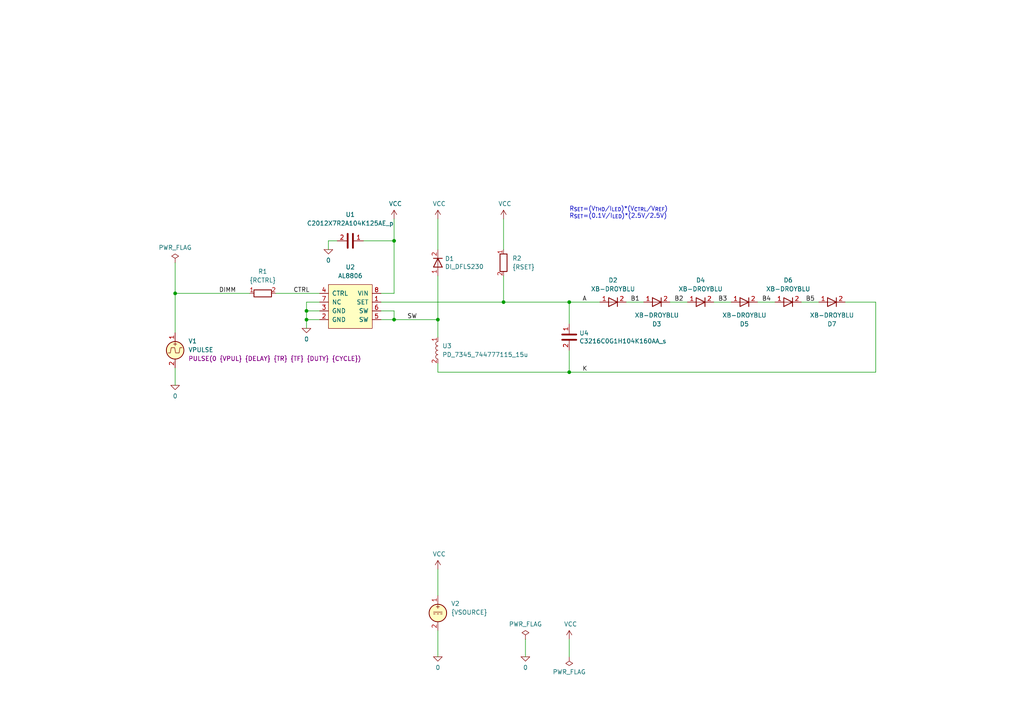
<source format=kicad_sch>
(kicad_sch
	(version 20231120)
	(generator "eeschema")
	(generator_version "8.0")
	(uuid "8a02b49a-91f4-44da-b69b-ecbba793e6fd")
	(paper "A4")
	(title_block
		(title "High efficiency 36V/1.5A buck led driver. XB-D blue.")
		(date "2024-11-02")
		(rev "2")
		(company "astroelectronic@")
		(comment 1 "-")
		(comment 2 "-")
		(comment 3 "-")
		(comment 4 "AE01003806")
	)
	(lib_symbols
		(symbol "AL8806:0"
			(power)
			(pin_names
				(offset 0)
			)
			(exclude_from_sim no)
			(in_bom yes)
			(on_board yes)
			(property "Reference" "#GND"
				(at 0 -2.54 0)
				(effects
					(font
						(size 1.27 1.27)
					)
					(hide yes)
				)
			)
			(property "Value" "0"
				(at 0 -1.778 0)
				(effects
					(font
						(size 1.27 1.27)
					)
				)
			)
			(property "Footprint" ""
				(at 0 0 0)
				(effects
					(font
						(size 1.27 1.27)
					)
					(hide yes)
				)
			)
			(property "Datasheet" "~"
				(at 0 0 0)
				(effects
					(font
						(size 1.27 1.27)
					)
					(hide yes)
				)
			)
			(property "Description" "0V reference potential for simulation"
				(at 0 0 0)
				(effects
					(font
						(size 1.27 1.27)
					)
					(hide yes)
				)
			)
			(property "ki_keywords" "simulation"
				(at 0 0 0)
				(effects
					(font
						(size 1.27 1.27)
					)
					(hide yes)
				)
			)
			(symbol "0_0_1"
				(polyline
					(pts
						(xy -1.27 0) (xy 0 -1.27) (xy 1.27 0) (xy -1.27 0)
					)
					(stroke
						(width 0)
						(type default)
					)
					(fill
						(type none)
					)
				)
			)
			(symbol "0_1_1"
				(pin power_in line
					(at 0 0 0)
					(length 0) hide
					(name "0"
						(effects
							(font
								(size 1.016 1.016)
							)
						)
					)
					(number "1"
						(effects
							(font
								(size 1.016 1.016)
							)
						)
					)
				)
			)
		)
		(symbol "AL8806:AL8806"
			(pin_names
				(offset 1.016)
			)
			(exclude_from_sim no)
			(in_bom yes)
			(on_board yes)
			(property "Reference" "U"
				(at -6.35 -8.89 0)
				(effects
					(font
						(size 1.27 1.27)
					)
					(justify left bottom)
				)
			)
			(property "Value" "AL8806"
				(at -6.35 -11.43 0)
				(effects
					(font
						(size 1.27 1.27)
					)
					(justify left bottom)
				)
			)
			(property "Footprint" ""
				(at -6.35 -19.05 0)
				(effects
					(font
						(size 1.27 1.27)
					)
					(justify left bottom)
				)
			)
			(property "Datasheet" "http://www.diodes.com/catalog/Medium_Voltage_DC-DC_LED_Drivers_69/AL8806_8425"
				(at 0 0 0)
				(effects
					(font
						(size 1.27 1.27)
					)
					(hide yes)
				)
			)
			(property "Description" "High efficiency 36V 1.5A buck led driver"
				(at 0 0 0)
				(effects
					(font
						(size 1.27 1.27)
					)
					(hide yes)
				)
			)
			(property "ki_keywords" "simmodel"
				(at 0 0 0)
				(effects
					(font
						(size 1.27 1.27)
					)
					(hide yes)
				)
			)
			(symbol "AL8806_0_1"
				(rectangle
					(start -6.35 6.35)
					(end 6.35 -6.35)
					(stroke
						(width 0)
						(type default)
					)
					(fill
						(type background)
					)
				)
			)
			(symbol "AL8806_1_1"
				(pin passive line
					(at 8.89 1.27 180)
					(length 2.54)
					(name "SET"
						(effects
							(font
								(size 1.27 1.27)
							)
						)
					)
					(number "1"
						(effects
							(font
								(size 1.27 1.27)
							)
						)
					)
				)
				(pin passive line
					(at -8.89 -3.81 0)
					(length 2.54)
					(name "GND"
						(effects
							(font
								(size 1.27 1.27)
							)
						)
					)
					(number "2"
						(effects
							(font
								(size 1.27 1.27)
							)
						)
					)
				)
				(pin passive line
					(at -8.89 -1.27 0)
					(length 2.54)
					(name "GND"
						(effects
							(font
								(size 1.27 1.27)
							)
						)
					)
					(number "3"
						(effects
							(font
								(size 1.27 1.27)
							)
						)
					)
				)
				(pin passive line
					(at -8.89 3.81 0)
					(length 2.54)
					(name "CTRL"
						(effects
							(font
								(size 1.27 1.27)
							)
						)
					)
					(number "4"
						(effects
							(font
								(size 1.27 1.27)
							)
						)
					)
				)
				(pin passive line
					(at 8.89 -3.81 180)
					(length 2.54)
					(name "SW"
						(effects
							(font
								(size 1.27 1.27)
							)
						)
					)
					(number "5"
						(effects
							(font
								(size 1.27 1.27)
							)
						)
					)
				)
				(pin passive line
					(at 8.89 -1.27 180)
					(length 2.54)
					(name "SW"
						(effects
							(font
								(size 1.27 1.27)
							)
						)
					)
					(number "6"
						(effects
							(font
								(size 1.27 1.27)
							)
						)
					)
				)
				(pin passive line
					(at -8.89 1.27 0)
					(length 2.54)
					(name "NC"
						(effects
							(font
								(size 1.27 1.27)
							)
						)
					)
					(number "7"
						(effects
							(font
								(size 1.27 1.27)
							)
						)
					)
				)
				(pin passive line
					(at 8.89 3.81 180)
					(length 2.54)
					(name "VIN"
						(effects
							(font
								(size 1.27 1.27)
							)
						)
					)
					(number "8"
						(effects
							(font
								(size 1.27 1.27)
							)
						)
					)
				)
			)
		)
		(symbol "AL8806:C"
			(pin_names
				(offset 0.254) hide)
			(exclude_from_sim no)
			(in_bom yes)
			(on_board yes)
			(property "Reference" "C"
				(at 0.635 2.54 0)
				(effects
					(font
						(size 1.27 1.27)
					)
					(justify left)
				)
			)
			(property "Value" "C"
				(at 0.635 -2.54 0)
				(effects
					(font
						(size 1.27 1.27)
					)
					(justify left)
				)
			)
			(property "Footprint" ""
				(at 0.9652 -3.81 0)
				(effects
					(font
						(size 1.27 1.27)
					)
					(hide yes)
				)
			)
			(property "Datasheet" "~"
				(at 0 0 0)
				(effects
					(font
						(size 1.27 1.27)
					)
					(hide yes)
				)
			)
			(property "Description" "Unpolarized capacitor"
				(at 0 0 0)
				(effects
					(font
						(size 1.27 1.27)
					)
					(hide yes)
				)
			)
			(property "ki_keywords" "cap capacitor"
				(at 0 0 0)
				(effects
					(font
						(size 1.27 1.27)
					)
					(hide yes)
				)
			)
			(property "ki_fp_filters" "C_*"
				(at 0 0 0)
				(effects
					(font
						(size 1.27 1.27)
					)
					(hide yes)
				)
			)
			(symbol "C_0_1"
				(polyline
					(pts
						(xy -2.032 -0.762) (xy 2.032 -0.762)
					)
					(stroke
						(width 0.508)
						(type default)
					)
					(fill
						(type none)
					)
				)
				(polyline
					(pts
						(xy -2.032 0.762) (xy 2.032 0.762)
					)
					(stroke
						(width 0.508)
						(type default)
					)
					(fill
						(type none)
					)
				)
			)
			(symbol "C_1_1"
				(pin passive line
					(at 0 3.81 270)
					(length 2.794)
					(name "~"
						(effects
							(font
								(size 1.27 1.27)
							)
						)
					)
					(number "1"
						(effects
							(font
								(size 1.27 1.27)
							)
						)
					)
				)
				(pin passive line
					(at 0 -3.81 90)
					(length 2.794)
					(name "~"
						(effects
							(font
								(size 1.27 1.27)
							)
						)
					)
					(number "2"
						(effects
							(font
								(size 1.27 1.27)
							)
						)
					)
				)
			)
		)
		(symbol "AL8806:DIODE"
			(pin_names
				(offset 1.016) hide)
			(exclude_from_sim no)
			(in_bom yes)
			(on_board yes)
			(property "Reference" "D"
				(at 0 2.54 0)
				(effects
					(font
						(size 1.27 1.27)
					)
				)
			)
			(property "Value" "${SIM.PARAMS}"
				(at 0 -2.54 0)
				(effects
					(font
						(size 1.27 1.27)
					)
				)
			)
			(property "Footprint" ""
				(at 0 0 0)
				(effects
					(font
						(size 1.27 1.27)
					)
					(hide yes)
				)
			)
			(property "Datasheet" "~"
				(at 0 0 0)
				(effects
					(font
						(size 1.27 1.27)
					)
					(hide yes)
				)
			)
			(property "Description" "Diode, anode on pin 1, for simulation only!"
				(at 0 0 0)
				(effects
					(font
						(size 1.27 1.27)
					)
					(hide yes)
				)
			)
			(property "Sim.Pins" "1=1 2=2"
				(at 0 0 0)
				(effects
					(font
						(size 1.27 1.27)
					)
					(hide yes)
				)
			)
			(property "Sim.Device" "SPICE"
				(at 0 0 0)
				(effects
					(font
						(size 1.27 1.27)
					)
					(justify left)
					(hide yes)
				)
			)
			(property "Sim.Params" "type=\"D\" model=\"DIODE\" lib=\"\""
				(at 0 0 0)
				(effects
					(font
						(size 1.27 1.27)
					)
					(hide yes)
				)
			)
			(property "Spice_Netlist_Enabled" "Y"
				(at 0 0 0)
				(effects
					(font
						(size 1.27 1.27)
					)
					(justify left)
					(hide yes)
				)
			)
			(property "ki_keywords" "simulation"
				(at 0 0 0)
				(effects
					(font
						(size 1.27 1.27)
					)
					(hide yes)
				)
			)
			(symbol "DIODE_0_1"
				(polyline
					(pts
						(xy 1.27 0) (xy -1.27 0)
					)
					(stroke
						(width 0)
						(type default)
					)
					(fill
						(type none)
					)
				)
				(polyline
					(pts
						(xy 1.27 1.27) (xy 1.27 -1.27)
					)
					(stroke
						(width 0.254)
						(type default)
					)
					(fill
						(type none)
					)
				)
				(polyline
					(pts
						(xy -1.27 -1.27) (xy -1.27 1.27) (xy 1.27 0) (xy -1.27 -1.27)
					)
					(stroke
						(width 0.254)
						(type default)
					)
					(fill
						(type none)
					)
				)
			)
			(symbol "DIODE_1_1"
				(pin passive line
					(at -3.81 0 0)
					(length 2.54)
					(name "A"
						(effects
							(font
								(size 1.27 1.27)
							)
						)
					)
					(number "1"
						(effects
							(font
								(size 1.27 1.27)
							)
						)
					)
				)
				(pin passive line
					(at 3.81 0 180)
					(length 2.54)
					(name "K"
						(effects
							(font
								(size 1.27 1.27)
							)
						)
					)
					(number "2"
						(effects
							(font
								(size 1.27 1.27)
							)
						)
					)
				)
			)
		)
		(symbol "AL8806:PWR_FLAG"
			(power)
			(pin_numbers hide)
			(pin_names
				(offset 0) hide)
			(exclude_from_sim no)
			(in_bom yes)
			(on_board yes)
			(property "Reference" "#FLG"
				(at 0 1.905 0)
				(effects
					(font
						(size 1.27 1.27)
					)
					(hide yes)
				)
			)
			(property "Value" "PWR_FLAG"
				(at 0 3.81 0)
				(effects
					(font
						(size 1.27 1.27)
					)
				)
			)
			(property "Footprint" ""
				(at 0 0 0)
				(effects
					(font
						(size 1.27 1.27)
					)
					(hide yes)
				)
			)
			(property "Datasheet" "~"
				(at 0 0 0)
				(effects
					(font
						(size 1.27 1.27)
					)
					(hide yes)
				)
			)
			(property "Description" "Special symbol for telling ERC where power comes from"
				(at 0 0 0)
				(effects
					(font
						(size 1.27 1.27)
					)
					(hide yes)
				)
			)
			(property "ki_keywords" "flag power"
				(at 0 0 0)
				(effects
					(font
						(size 1.27 1.27)
					)
					(hide yes)
				)
			)
			(symbol "PWR_FLAG_0_0"
				(pin power_out line
					(at 0 0 90)
					(length 0)
					(name "pwr"
						(effects
							(font
								(size 1.27 1.27)
							)
						)
					)
					(number "1"
						(effects
							(font
								(size 1.27 1.27)
							)
						)
					)
				)
			)
			(symbol "PWR_FLAG_0_1"
				(polyline
					(pts
						(xy 0 0) (xy 0 1.27) (xy -1.016 1.905) (xy 0 2.54) (xy 1.016 1.905) (xy 0 1.27)
					)
					(stroke
						(width 0)
						(type default)
					)
					(fill
						(type none)
					)
				)
			)
		)
		(symbol "AL8806:VCC"
			(power)
			(pin_names
				(offset 0)
			)
			(exclude_from_sim no)
			(in_bom yes)
			(on_board yes)
			(property "Reference" "#PWR"
				(at 0 -3.81 0)
				(effects
					(font
						(size 1.27 1.27)
					)
					(hide yes)
				)
			)
			(property "Value" "VCC"
				(at 0 3.81 0)
				(effects
					(font
						(size 1.27 1.27)
					)
				)
			)
			(property "Footprint" ""
				(at 0 0 0)
				(effects
					(font
						(size 1.27 1.27)
					)
					(hide yes)
				)
			)
			(property "Datasheet" ""
				(at 0 0 0)
				(effects
					(font
						(size 1.27 1.27)
					)
					(hide yes)
				)
			)
			(property "Description" "Power symbol creates a global label with name \"VCC\""
				(at 0 0 0)
				(effects
					(font
						(size 1.27 1.27)
					)
					(hide yes)
				)
			)
			(property "ki_keywords" "global power"
				(at 0 0 0)
				(effects
					(font
						(size 1.27 1.27)
					)
					(hide yes)
				)
			)
			(symbol "VCC_0_1"
				(polyline
					(pts
						(xy -0.762 1.27) (xy 0 2.54)
					)
					(stroke
						(width 0)
						(type default)
					)
					(fill
						(type none)
					)
				)
				(polyline
					(pts
						(xy 0 0) (xy 0 2.54)
					)
					(stroke
						(width 0)
						(type default)
					)
					(fill
						(type none)
					)
				)
				(polyline
					(pts
						(xy 0 2.54) (xy 0.762 1.27)
					)
					(stroke
						(width 0)
						(type default)
					)
					(fill
						(type none)
					)
				)
			)
			(symbol "VCC_1_1"
				(pin power_in line
					(at 0 0 90)
					(length 0) hide
					(name "VCC"
						(effects
							(font
								(size 1.27 1.27)
							)
						)
					)
					(number "1"
						(effects
							(font
								(size 1.27 1.27)
							)
						)
					)
				)
			)
		)
		(symbol "AL8806:VDC"
			(pin_names
				(offset 0.0254) hide)
			(exclude_from_sim no)
			(in_bom yes)
			(on_board yes)
			(property "Reference" "V"
				(at 2.54 2.54 0)
				(effects
					(font
						(size 1.27 1.27)
					)
					(justify left)
				)
			)
			(property "Value" "1"
				(at 2.54 0 0)
				(effects
					(font
						(size 1.27 1.27)
					)
					(justify left)
				)
			)
			(property "Footprint" ""
				(at 0 0 0)
				(effects
					(font
						(size 1.27 1.27)
					)
					(hide yes)
				)
			)
			(property "Datasheet" "~"
				(at 0 0 0)
				(effects
					(font
						(size 1.27 1.27)
					)
					(hide yes)
				)
			)
			(property "Description" "Voltage source, DC"
				(at 0 0 0)
				(effects
					(font
						(size 1.27 1.27)
					)
					(hide yes)
				)
			)
			(property "Sim.Pins" "1=+ 2=-"
				(at 0 0 0)
				(effects
					(font
						(size 1.27 1.27)
					)
					(hide yes)
				)
			)
			(property "Sim.Type" "DC"
				(at 0 0 0)
				(effects
					(font
						(size 1.27 1.27)
					)
					(hide yes)
				)
			)
			(property "Sim.Device" "V"
				(at 0 0 0)
				(effects
					(font
						(size 1.27 1.27)
					)
					(justify left)
					(hide yes)
				)
			)
			(property "Spice_Netlist_Enabled" "Y"
				(at 0 0 0)
				(effects
					(font
						(size 1.27 1.27)
					)
					(justify left)
					(hide yes)
				)
			)
			(property "ki_keywords" "simulation"
				(at 0 0 0)
				(effects
					(font
						(size 1.27 1.27)
					)
					(hide yes)
				)
			)
			(symbol "VDC_0_0"
				(polyline
					(pts
						(xy -1.27 0.254) (xy 1.27 0.254)
					)
					(stroke
						(width 0)
						(type default)
					)
					(fill
						(type none)
					)
				)
				(polyline
					(pts
						(xy -0.762 -0.254) (xy -1.27 -0.254)
					)
					(stroke
						(width 0)
						(type default)
					)
					(fill
						(type none)
					)
				)
				(polyline
					(pts
						(xy 0.254 -0.254) (xy -0.254 -0.254)
					)
					(stroke
						(width 0)
						(type default)
					)
					(fill
						(type none)
					)
				)
				(polyline
					(pts
						(xy 1.27 -0.254) (xy 0.762 -0.254)
					)
					(stroke
						(width 0)
						(type default)
					)
					(fill
						(type none)
					)
				)
				(text "+"
					(at 0 1.905 0)
					(effects
						(font
							(size 1.27 1.27)
						)
					)
				)
			)
			(symbol "VDC_0_1"
				(circle
					(center 0 0)
					(radius 2.54)
					(stroke
						(width 0.254)
						(type default)
					)
					(fill
						(type background)
					)
				)
			)
			(symbol "VDC_1_1"
				(pin passive line
					(at 0 5.08 270)
					(length 2.54)
					(name "~"
						(effects
							(font
								(size 1.27 1.27)
							)
						)
					)
					(number "1"
						(effects
							(font
								(size 1.27 1.27)
							)
						)
					)
				)
				(pin passive line
					(at 0 -5.08 90)
					(length 2.54)
					(name "~"
						(effects
							(font
								(size 1.27 1.27)
							)
						)
					)
					(number "2"
						(effects
							(font
								(size 1.27 1.27)
							)
						)
					)
				)
			)
		)
		(symbol "AL8806:VPULSE"
			(pin_names
				(offset 0.0254) hide)
			(exclude_from_sim no)
			(in_bom yes)
			(on_board yes)
			(property "Reference" "V"
				(at 2.54 2.54 0)
				(effects
					(font
						(size 1.27 1.27)
					)
					(justify left)
				)
			)
			(property "Value" "VPULSE"
				(at 2.54 0 0)
				(effects
					(font
						(size 1.27 1.27)
					)
					(justify left)
				)
			)
			(property "Footprint" ""
				(at 0 0 0)
				(effects
					(font
						(size 1.27 1.27)
					)
					(hide yes)
				)
			)
			(property "Datasheet" "~"
				(at 0 0 0)
				(effects
					(font
						(size 1.27 1.27)
					)
					(hide yes)
				)
			)
			(property "Description" "Voltage source, pulse"
				(at 0 0 0)
				(effects
					(font
						(size 1.27 1.27)
					)
					(hide yes)
				)
			)
			(property "Sim.Pins" "1=+ 2=-"
				(at 0 0 0)
				(effects
					(font
						(size 1.27 1.27)
					)
					(hide yes)
				)
			)
			(property "Sim.Type" "PULSE"
				(at 0 0 0)
				(effects
					(font
						(size 1.27 1.27)
					)
					(hide yes)
				)
			)
			(property "Sim.Device" "V"
				(at 0 0 0)
				(effects
					(font
						(size 1.27 1.27)
					)
					(justify left)
					(hide yes)
				)
			)
			(property "Sim.Params" "y1=0 y2=1 td=2n tr=2n tf=2n tw=50n per=100n"
				(at 2.54 -2.54 0)
				(effects
					(font
						(size 1.27 1.27)
					)
					(justify left)
				)
			)
			(property "Spice_Netlist_Enabled" "Y"
				(at 0 0 0)
				(effects
					(font
						(size 1.27 1.27)
					)
					(justify left)
					(hide yes)
				)
			)
			(property "ki_keywords" "simulation"
				(at 0 0 0)
				(effects
					(font
						(size 1.27 1.27)
					)
					(hide yes)
				)
			)
			(symbol "VPULSE_0_0"
				(polyline
					(pts
						(xy -2.032 -0.762) (xy -1.397 -0.762) (xy -1.143 0.762) (xy -0.127 0.762) (xy 0.127 -0.762) (xy 1.143 -0.762)
						(xy 1.397 0.762) (xy 2.032 0.762)
					)
					(stroke
						(width 0)
						(type default)
					)
					(fill
						(type none)
					)
				)
				(text "+"
					(at 0 1.905 0)
					(effects
						(font
							(size 1.27 1.27)
						)
					)
				)
			)
			(symbol "VPULSE_0_1"
				(circle
					(center 0 0)
					(radius 2.54)
					(stroke
						(width 0.254)
						(type default)
					)
					(fill
						(type background)
					)
				)
			)
			(symbol "VPULSE_1_1"
				(pin passive line
					(at 0 5.08 270)
					(length 2.54)
					(name "~"
						(effects
							(font
								(size 1.27 1.27)
							)
						)
					)
					(number "1"
						(effects
							(font
								(size 1.27 1.27)
							)
						)
					)
				)
				(pin passive line
					(at 0 -5.08 90)
					(length 2.54)
					(name "~"
						(effects
							(font
								(size 1.27 1.27)
							)
						)
					)
					(number "2"
						(effects
							(font
								(size 1.27 1.27)
							)
						)
					)
				)
			)
		)
		(symbol "C_1"
			(pin_names
				(offset 0.254) hide)
			(exclude_from_sim no)
			(in_bom yes)
			(on_board yes)
			(property "Reference" "C"
				(at 0.635 2.54 0)
				(effects
					(font
						(size 1.27 1.27)
					)
					(justify left)
				)
			)
			(property "Value" "C_1"
				(at 0.635 -2.54 0)
				(effects
					(font
						(size 1.27 1.27)
					)
					(justify left)
				)
			)
			(property "Footprint" ""
				(at 0.9652 -3.81 0)
				(effects
					(font
						(size 1.27 1.27)
					)
					(hide yes)
				)
			)
			(property "Datasheet" "~"
				(at 0 0 0)
				(effects
					(font
						(size 1.27 1.27)
					)
					(hide yes)
				)
			)
			(property "Description" "Unpolarized capacitor"
				(at 0 0 0)
				(effects
					(font
						(size 1.27 1.27)
					)
					(hide yes)
				)
			)
			(property "ki_keywords" "cap capacitor"
				(at 0 0 0)
				(effects
					(font
						(size 1.27 1.27)
					)
					(hide yes)
				)
			)
			(property "ki_fp_filters" "C_*"
				(at 0 0 0)
				(effects
					(font
						(size 1.27 1.27)
					)
					(hide yes)
				)
			)
			(symbol "C_1_0_1"
				(polyline
					(pts
						(xy -2.032 -0.762) (xy 2.032 -0.762)
					)
					(stroke
						(width 0.508)
						(type default)
					)
					(fill
						(type none)
					)
				)
				(polyline
					(pts
						(xy -2.032 0.762) (xy 2.032 0.762)
					)
					(stroke
						(width 0.508)
						(type default)
					)
					(fill
						(type none)
					)
				)
			)
			(symbol "C_1_1_1"
				(pin passive line
					(at 0 3.81 270)
					(length 2.794)
					(name "~"
						(effects
							(font
								(size 1.27 1.27)
							)
						)
					)
					(number "1"
						(effects
							(font
								(size 1.27 1.27)
							)
						)
					)
				)
				(pin passive line
					(at 0 -3.81 90)
					(length 2.794)
					(name "~"
						(effects
							(font
								(size 1.27 1.27)
							)
						)
					)
					(number "2"
						(effects
							(font
								(size 1.27 1.27)
							)
						)
					)
				)
			)
		)
		(symbol "DIODE_2"
			(pin_names
				(offset 1.016) hide)
			(exclude_from_sim no)
			(in_bom yes)
			(on_board yes)
			(property "Reference" "D"
				(at 0 2.54 0)
				(effects
					(font
						(size 1.27 1.27)
					)
				)
			)
			(property "Value" "${SIM.PARAMS}"
				(at 0 -2.54 0)
				(effects
					(font
						(size 1.27 1.27)
					)
				)
			)
			(property "Footprint" ""
				(at 0 0 0)
				(effects
					(font
						(size 1.27 1.27)
					)
					(hide yes)
				)
			)
			(property "Datasheet" "~"
				(at 0 0 0)
				(effects
					(font
						(size 1.27 1.27)
					)
					(hide yes)
				)
			)
			(property "Description" "Diode, anode on pin 1, for simulation only!"
				(at 0 0 0)
				(effects
					(font
						(size 1.27 1.27)
					)
					(hide yes)
				)
			)
			(property "Sim.Pins" "1=1 2=2"
				(at 0 0 0)
				(effects
					(font
						(size 1.27 1.27)
					)
					(hide yes)
				)
			)
			(property "Sim.Device" "SPICE"
				(at 0 0 0)
				(effects
					(font
						(size 1.27 1.27)
					)
					(justify left)
					(hide yes)
				)
			)
			(property "Sim.Params" "type=\"D\" model=\"DIODE_2\" lib=\"\""
				(at 0 0 0)
				(effects
					(font
						(size 1.27 1.27)
					)
					(hide yes)
				)
			)
			(property "Spice_Netlist_Enabled" "Y"
				(at 0 0 0)
				(effects
					(font
						(size 1.27 1.27)
					)
					(justify left)
					(hide yes)
				)
			)
			(property "ki_keywords" "simulation"
				(at 0 0 0)
				(effects
					(font
						(size 1.27 1.27)
					)
					(hide yes)
				)
			)
			(symbol "DIODE_2_0_1"
				(polyline
					(pts
						(xy 1.27 0) (xy -1.27 0)
					)
					(stroke
						(width 0)
						(type default)
					)
					(fill
						(type none)
					)
				)
				(polyline
					(pts
						(xy 1.27 1.27) (xy 1.27 -1.27)
					)
					(stroke
						(width 0.254)
						(type default)
					)
					(fill
						(type none)
					)
				)
				(polyline
					(pts
						(xy -1.27 -1.27) (xy -1.27 1.27) (xy 1.27 0) (xy -1.27 -1.27)
					)
					(stroke
						(width 0.254)
						(type default)
					)
					(fill
						(type none)
					)
				)
			)
			(symbol "DIODE_2_1_1"
				(pin passive line
					(at -3.81 0 0)
					(length 2.54)
					(name "A"
						(effects
							(font
								(size 1.27 1.27)
							)
						)
					)
					(number "1"
						(effects
							(font
								(size 1.27 1.27)
							)
						)
					)
				)
				(pin passive line
					(at 3.81 0 180)
					(length 2.54)
					(name "K"
						(effects
							(font
								(size 1.27 1.27)
							)
						)
					)
					(number "2"
						(effects
							(font
								(size 1.27 1.27)
							)
						)
					)
				)
			)
		)
		(symbol "DIODE_2_1"
			(pin_names
				(offset 1.016) hide)
			(exclude_from_sim no)
			(in_bom yes)
			(on_board yes)
			(property "Reference" "D"
				(at 0 2.54 0)
				(effects
					(font
						(size 1.27 1.27)
					)
				)
			)
			(property "Value" "${SIM.PARAMS}"
				(at 0 -2.54 0)
				(effects
					(font
						(size 1.27 1.27)
					)
				)
			)
			(property "Footprint" ""
				(at 0 0 0)
				(effects
					(font
						(size 1.27 1.27)
					)
					(hide yes)
				)
			)
			(property "Datasheet" "~"
				(at 0 0 0)
				(effects
					(font
						(size 1.27 1.27)
					)
					(hide yes)
				)
			)
			(property "Description" "Diode, anode on pin 1, for simulation only!"
				(at 0 0 0)
				(effects
					(font
						(size 1.27 1.27)
					)
					(hide yes)
				)
			)
			(property "Sim.Pins" "1=1 2=2"
				(at 0 0 0)
				(effects
					(font
						(size 1.27 1.27)
					)
					(hide yes)
				)
			)
			(property "Sim.Device" "SPICE"
				(at 0 0 0)
				(effects
					(font
						(size 1.27 1.27)
					)
					(justify left)
					(hide yes)
				)
			)
			(property "Sim.Params" "type=\"D\" model=\"DIODE_2\" lib=\"\""
				(at 0 0 0)
				(effects
					(font
						(size 1.27 1.27)
					)
					(hide yes)
				)
			)
			(property "Spice_Netlist_Enabled" "Y"
				(at 0 0 0)
				(effects
					(font
						(size 1.27 1.27)
					)
					(justify left)
					(hide yes)
				)
			)
			(property "ki_keywords" "simulation"
				(at 0 0 0)
				(effects
					(font
						(size 1.27 1.27)
					)
					(hide yes)
				)
			)
			(symbol "DIODE_2_1_0_1"
				(polyline
					(pts
						(xy 1.27 0) (xy -1.27 0)
					)
					(stroke
						(width 0)
						(type default)
					)
					(fill
						(type none)
					)
				)
				(polyline
					(pts
						(xy 1.27 1.27) (xy 1.27 -1.27)
					)
					(stroke
						(width 0.254)
						(type default)
					)
					(fill
						(type none)
					)
				)
				(polyline
					(pts
						(xy -1.27 -1.27) (xy -1.27 1.27) (xy 1.27 0) (xy -1.27 -1.27)
					)
					(stroke
						(width 0.254)
						(type default)
					)
					(fill
						(type none)
					)
				)
			)
			(symbol "DIODE_2_1_1_1"
				(pin passive line
					(at -3.81 0 0)
					(length 2.54)
					(name "A"
						(effects
							(font
								(size 1.27 1.27)
							)
						)
					)
					(number "1"
						(effects
							(font
								(size 1.27 1.27)
							)
						)
					)
				)
				(pin passive line
					(at 3.81 0 180)
					(length 2.54)
					(name "K"
						(effects
							(font
								(size 1.27 1.27)
							)
						)
					)
					(number "2"
						(effects
							(font
								(size 1.27 1.27)
							)
						)
					)
				)
			)
		)
		(symbol "DIODE_2_2"
			(pin_names
				(offset 1.016) hide)
			(exclude_from_sim no)
			(in_bom yes)
			(on_board yes)
			(property "Reference" "D"
				(at 0 2.54 0)
				(effects
					(font
						(size 1.27 1.27)
					)
				)
			)
			(property "Value" "${SIM.PARAMS}"
				(at 0 -2.54 0)
				(effects
					(font
						(size 1.27 1.27)
					)
				)
			)
			(property "Footprint" ""
				(at 0 0 0)
				(effects
					(font
						(size 1.27 1.27)
					)
					(hide yes)
				)
			)
			(property "Datasheet" "~"
				(at 0 0 0)
				(effects
					(font
						(size 1.27 1.27)
					)
					(hide yes)
				)
			)
			(property "Description" "Diode, anode on pin 1, for simulation only!"
				(at 0 0 0)
				(effects
					(font
						(size 1.27 1.27)
					)
					(hide yes)
				)
			)
			(property "Sim.Pins" "1=1 2=2"
				(at 0 0 0)
				(effects
					(font
						(size 1.27 1.27)
					)
					(hide yes)
				)
			)
			(property "Sim.Device" "SPICE"
				(at 0 0 0)
				(effects
					(font
						(size 1.27 1.27)
					)
					(justify left)
					(hide yes)
				)
			)
			(property "Sim.Params" "type=\"D\" model=\"DIODE_2\" lib=\"\""
				(at 0 0 0)
				(effects
					(font
						(size 1.27 1.27)
					)
					(hide yes)
				)
			)
			(property "Spice_Netlist_Enabled" "Y"
				(at 0 0 0)
				(effects
					(font
						(size 1.27 1.27)
					)
					(justify left)
					(hide yes)
				)
			)
			(property "ki_keywords" "simulation"
				(at 0 0 0)
				(effects
					(font
						(size 1.27 1.27)
					)
					(hide yes)
				)
			)
			(symbol "DIODE_2_2_0_1"
				(polyline
					(pts
						(xy 1.27 0) (xy -1.27 0)
					)
					(stroke
						(width 0)
						(type default)
					)
					(fill
						(type none)
					)
				)
				(polyline
					(pts
						(xy 1.27 1.27) (xy 1.27 -1.27)
					)
					(stroke
						(width 0.254)
						(type default)
					)
					(fill
						(type none)
					)
				)
				(polyline
					(pts
						(xy -1.27 -1.27) (xy -1.27 1.27) (xy 1.27 0) (xy -1.27 -1.27)
					)
					(stroke
						(width 0.254)
						(type default)
					)
					(fill
						(type none)
					)
				)
			)
			(symbol "DIODE_2_2_1_1"
				(pin passive line
					(at -3.81 0 0)
					(length 2.54)
					(name "A"
						(effects
							(font
								(size 1.27 1.27)
							)
						)
					)
					(number "1"
						(effects
							(font
								(size 1.27 1.27)
							)
						)
					)
				)
				(pin passive line
					(at 3.81 0 180)
					(length 2.54)
					(name "K"
						(effects
							(font
								(size 1.27 1.27)
							)
						)
					)
					(number "2"
						(effects
							(font
								(size 1.27 1.27)
							)
						)
					)
				)
			)
		)
		(symbol "DIODE_2_3"
			(pin_names
				(offset 1.016) hide)
			(exclude_from_sim no)
			(in_bom yes)
			(on_board yes)
			(property "Reference" "D"
				(at 0 2.54 0)
				(effects
					(font
						(size 1.27 1.27)
					)
				)
			)
			(property "Value" "${SIM.PARAMS}"
				(at 0 -2.54 0)
				(effects
					(font
						(size 1.27 1.27)
					)
				)
			)
			(property "Footprint" ""
				(at 0 0 0)
				(effects
					(font
						(size 1.27 1.27)
					)
					(hide yes)
				)
			)
			(property "Datasheet" "~"
				(at 0 0 0)
				(effects
					(font
						(size 1.27 1.27)
					)
					(hide yes)
				)
			)
			(property "Description" "Diode, anode on pin 1, for simulation only!"
				(at 0 0 0)
				(effects
					(font
						(size 1.27 1.27)
					)
					(hide yes)
				)
			)
			(property "Sim.Pins" "1=1 2=2"
				(at 0 0 0)
				(effects
					(font
						(size 1.27 1.27)
					)
					(hide yes)
				)
			)
			(property "Sim.Device" "SPICE"
				(at 0 0 0)
				(effects
					(font
						(size 1.27 1.27)
					)
					(justify left)
					(hide yes)
				)
			)
			(property "Sim.Params" "type=\"D\" model=\"DIODE_2\" lib=\"\""
				(at 0 0 0)
				(effects
					(font
						(size 1.27 1.27)
					)
					(hide yes)
				)
			)
			(property "Spice_Netlist_Enabled" "Y"
				(at 0 0 0)
				(effects
					(font
						(size 1.27 1.27)
					)
					(justify left)
					(hide yes)
				)
			)
			(property "ki_keywords" "simulation"
				(at 0 0 0)
				(effects
					(font
						(size 1.27 1.27)
					)
					(hide yes)
				)
			)
			(symbol "DIODE_2_3_0_1"
				(polyline
					(pts
						(xy 1.27 0) (xy -1.27 0)
					)
					(stroke
						(width 0)
						(type default)
					)
					(fill
						(type none)
					)
				)
				(polyline
					(pts
						(xy 1.27 1.27) (xy 1.27 -1.27)
					)
					(stroke
						(width 0.254)
						(type default)
					)
					(fill
						(type none)
					)
				)
				(polyline
					(pts
						(xy -1.27 -1.27) (xy -1.27 1.27) (xy 1.27 0) (xy -1.27 -1.27)
					)
					(stroke
						(width 0.254)
						(type default)
					)
					(fill
						(type none)
					)
				)
			)
			(symbol "DIODE_2_3_1_1"
				(pin passive line
					(at -3.81 0 0)
					(length 2.54)
					(name "A"
						(effects
							(font
								(size 1.27 1.27)
							)
						)
					)
					(number "1"
						(effects
							(font
								(size 1.27 1.27)
							)
						)
					)
				)
				(pin passive line
					(at 3.81 0 180)
					(length 2.54)
					(name "K"
						(effects
							(font
								(size 1.27 1.27)
							)
						)
					)
					(number "2"
						(effects
							(font
								(size 1.27 1.27)
							)
						)
					)
				)
			)
		)
		(symbol "DIODE_2_4"
			(pin_names
				(offset 1.016) hide)
			(exclude_from_sim no)
			(in_bom yes)
			(on_board yes)
			(property "Reference" "D"
				(at 0 2.54 0)
				(effects
					(font
						(size 1.27 1.27)
					)
				)
			)
			(property "Value" "${SIM.PARAMS}"
				(at 0 -2.54 0)
				(effects
					(font
						(size 1.27 1.27)
					)
				)
			)
			(property "Footprint" ""
				(at 0 0 0)
				(effects
					(font
						(size 1.27 1.27)
					)
					(hide yes)
				)
			)
			(property "Datasheet" "~"
				(at 0 0 0)
				(effects
					(font
						(size 1.27 1.27)
					)
					(hide yes)
				)
			)
			(property "Description" "Diode, anode on pin 1, for simulation only!"
				(at 0 0 0)
				(effects
					(font
						(size 1.27 1.27)
					)
					(hide yes)
				)
			)
			(property "Sim.Pins" "1=1 2=2"
				(at 0 0 0)
				(effects
					(font
						(size 1.27 1.27)
					)
					(hide yes)
				)
			)
			(property "Sim.Device" "SPICE"
				(at 0 0 0)
				(effects
					(font
						(size 1.27 1.27)
					)
					(justify left)
					(hide yes)
				)
			)
			(property "Sim.Params" "type=\"D\" model=\"DIODE_2\" lib=\"\""
				(at 0 0 0)
				(effects
					(font
						(size 1.27 1.27)
					)
					(hide yes)
				)
			)
			(property "Spice_Netlist_Enabled" "Y"
				(at 0 0 0)
				(effects
					(font
						(size 1.27 1.27)
					)
					(justify left)
					(hide yes)
				)
			)
			(property "ki_keywords" "simulation"
				(at 0 0 0)
				(effects
					(font
						(size 1.27 1.27)
					)
					(hide yes)
				)
			)
			(symbol "DIODE_2_4_0_1"
				(polyline
					(pts
						(xy 1.27 0) (xy -1.27 0)
					)
					(stroke
						(width 0)
						(type default)
					)
					(fill
						(type none)
					)
				)
				(polyline
					(pts
						(xy 1.27 1.27) (xy 1.27 -1.27)
					)
					(stroke
						(width 0.254)
						(type default)
					)
					(fill
						(type none)
					)
				)
				(polyline
					(pts
						(xy -1.27 -1.27) (xy -1.27 1.27) (xy 1.27 0) (xy -1.27 -1.27)
					)
					(stroke
						(width 0.254)
						(type default)
					)
					(fill
						(type none)
					)
				)
			)
			(symbol "DIODE_2_4_1_1"
				(pin passive line
					(at -3.81 0 0)
					(length 2.54)
					(name "A"
						(effects
							(font
								(size 1.27 1.27)
							)
						)
					)
					(number "1"
						(effects
							(font
								(size 1.27 1.27)
							)
						)
					)
				)
				(pin passive line
					(at 3.81 0 180)
					(length 2.54)
					(name "K"
						(effects
							(font
								(size 1.27 1.27)
							)
						)
					)
					(number "2"
						(effects
							(font
								(size 1.27 1.27)
							)
						)
					)
				)
			)
		)
		(symbol "DIODE_2_5"
			(pin_names
				(offset 1.016) hide)
			(exclude_from_sim no)
			(in_bom yes)
			(on_board yes)
			(property "Reference" "D"
				(at 0 2.54 0)
				(effects
					(font
						(size 1.27 1.27)
					)
				)
			)
			(property "Value" "${SIM.PARAMS}"
				(at 0 -2.54 0)
				(effects
					(font
						(size 1.27 1.27)
					)
				)
			)
			(property "Footprint" ""
				(at 0 0 0)
				(effects
					(font
						(size 1.27 1.27)
					)
					(hide yes)
				)
			)
			(property "Datasheet" "~"
				(at 0 0 0)
				(effects
					(font
						(size 1.27 1.27)
					)
					(hide yes)
				)
			)
			(property "Description" "Diode, anode on pin 1, for simulation only!"
				(at 0 0 0)
				(effects
					(font
						(size 1.27 1.27)
					)
					(hide yes)
				)
			)
			(property "Sim.Pins" "1=1 2=2"
				(at 0 0 0)
				(effects
					(font
						(size 1.27 1.27)
					)
					(hide yes)
				)
			)
			(property "Sim.Device" "SPICE"
				(at 0 0 0)
				(effects
					(font
						(size 1.27 1.27)
					)
					(justify left)
					(hide yes)
				)
			)
			(property "Sim.Params" "type=\"D\" model=\"DIODE_2\" lib=\"\""
				(at 0 0 0)
				(effects
					(font
						(size 1.27 1.27)
					)
					(hide yes)
				)
			)
			(property "Spice_Netlist_Enabled" "Y"
				(at 0 0 0)
				(effects
					(font
						(size 1.27 1.27)
					)
					(justify left)
					(hide yes)
				)
			)
			(property "ki_keywords" "simulation"
				(at 0 0 0)
				(effects
					(font
						(size 1.27 1.27)
					)
					(hide yes)
				)
			)
			(symbol "DIODE_2_5_0_1"
				(polyline
					(pts
						(xy 1.27 0) (xy -1.27 0)
					)
					(stroke
						(width 0)
						(type default)
					)
					(fill
						(type none)
					)
				)
				(polyline
					(pts
						(xy 1.27 1.27) (xy 1.27 -1.27)
					)
					(stroke
						(width 0.254)
						(type default)
					)
					(fill
						(type none)
					)
				)
				(polyline
					(pts
						(xy -1.27 -1.27) (xy -1.27 1.27) (xy 1.27 0) (xy -1.27 -1.27)
					)
					(stroke
						(width 0.254)
						(type default)
					)
					(fill
						(type none)
					)
				)
			)
			(symbol "DIODE_2_5_1_1"
				(pin passive line
					(at -3.81 0 0)
					(length 2.54)
					(name "A"
						(effects
							(font
								(size 1.27 1.27)
							)
						)
					)
					(number "1"
						(effects
							(font
								(size 1.27 1.27)
							)
						)
					)
				)
				(pin passive line
					(at 3.81 0 180)
					(length 2.54)
					(name "K"
						(effects
							(font
								(size 1.27 1.27)
							)
						)
					)
					(number "2"
						(effects
							(font
								(size 1.27 1.27)
							)
						)
					)
				)
			)
		)
		(symbol "DIODE_2_6"
			(pin_names
				(offset 1.016) hide)
			(exclude_from_sim no)
			(in_bom yes)
			(on_board yes)
			(property "Reference" "D"
				(at 0 2.54 0)
				(effects
					(font
						(size 1.27 1.27)
					)
				)
			)
			(property "Value" "${SIM.PARAMS}"
				(at 0 -2.54 0)
				(effects
					(font
						(size 1.27 1.27)
					)
				)
			)
			(property "Footprint" ""
				(at 0 0 0)
				(effects
					(font
						(size 1.27 1.27)
					)
					(hide yes)
				)
			)
			(property "Datasheet" "~"
				(at 0 0 0)
				(effects
					(font
						(size 1.27 1.27)
					)
					(hide yes)
				)
			)
			(property "Description" "Diode, anode on pin 1, for simulation only!"
				(at 0 0 0)
				(effects
					(font
						(size 1.27 1.27)
					)
					(hide yes)
				)
			)
			(property "Sim.Pins" "1=1 2=2"
				(at 0 0 0)
				(effects
					(font
						(size 1.27 1.27)
					)
					(hide yes)
				)
			)
			(property "Sim.Device" "SPICE"
				(at 0 0 0)
				(effects
					(font
						(size 1.27 1.27)
					)
					(justify left)
					(hide yes)
				)
			)
			(property "Sim.Params" "type=\"D\" model=\"DIODE_2\" lib=\"\""
				(at 0 0 0)
				(effects
					(font
						(size 1.27 1.27)
					)
					(hide yes)
				)
			)
			(property "Spice_Netlist_Enabled" "Y"
				(at 0 0 0)
				(effects
					(font
						(size 1.27 1.27)
					)
					(justify left)
					(hide yes)
				)
			)
			(property "ki_keywords" "simulation"
				(at 0 0 0)
				(effects
					(font
						(size 1.27 1.27)
					)
					(hide yes)
				)
			)
			(symbol "DIODE_2_6_0_1"
				(polyline
					(pts
						(xy 1.27 0) (xy -1.27 0)
					)
					(stroke
						(width 0)
						(type default)
					)
					(fill
						(type none)
					)
				)
				(polyline
					(pts
						(xy 1.27 1.27) (xy 1.27 -1.27)
					)
					(stroke
						(width 0.254)
						(type default)
					)
					(fill
						(type none)
					)
				)
				(polyline
					(pts
						(xy -1.27 -1.27) (xy -1.27 1.27) (xy 1.27 0) (xy -1.27 -1.27)
					)
					(stroke
						(width 0.254)
						(type default)
					)
					(fill
						(type none)
					)
				)
			)
			(symbol "DIODE_2_6_1_1"
				(pin passive line
					(at -3.81 0 0)
					(length 2.54)
					(name "A"
						(effects
							(font
								(size 1.27 1.27)
							)
						)
					)
					(number "1"
						(effects
							(font
								(size 1.27 1.27)
							)
						)
					)
				)
				(pin passive line
					(at 3.81 0 180)
					(length 2.54)
					(name "K"
						(effects
							(font
								(size 1.27 1.27)
							)
						)
					)
					(number "2"
						(effects
							(font
								(size 1.27 1.27)
							)
						)
					)
				)
			)
		)
		(symbol "L_1"
			(pin_names
				(offset 1.016) hide)
			(exclude_from_sim no)
			(in_bom yes)
			(on_board yes)
			(property "Reference" "L"
				(at -1.27 0 90)
				(effects
					(font
						(size 1.27 1.27)
					)
				)
			)
			(property "Value" "L_1"
				(at 1.905 0 90)
				(effects
					(font
						(size 1.27 1.27)
					)
				)
			)
			(property "Footprint" ""
				(at 0 0 0)
				(effects
					(font
						(size 1.27 1.27)
					)
					(hide yes)
				)
			)
			(property "Datasheet" "~"
				(at 0 0 0)
				(effects
					(font
						(size 1.27 1.27)
					)
					(hide yes)
				)
			)
			(property "Description" "Inductor"
				(at 0 0 0)
				(effects
					(font
						(size 1.27 1.27)
					)
					(hide yes)
				)
			)
			(property "ki_keywords" "inductor choke coil reactor magnetic"
				(at 0 0 0)
				(effects
					(font
						(size 1.27 1.27)
					)
					(hide yes)
				)
			)
			(property "ki_fp_filters" "Choke_* *Coil* Inductor_* L_*"
				(at 0 0 0)
				(effects
					(font
						(size 1.27 1.27)
					)
					(hide yes)
				)
			)
			(symbol "L_1_0_1"
				(arc
					(start 0 -2.54)
					(mid 0.6323 -1.905)
					(end 0 -1.27)
					(stroke
						(width 0)
						(type default)
					)
					(fill
						(type none)
					)
				)
				(arc
					(start 0 -1.27)
					(mid 0.6323 -0.635)
					(end 0 0)
					(stroke
						(width 0)
						(type default)
					)
					(fill
						(type none)
					)
				)
				(arc
					(start 0 0)
					(mid 0.6323 0.635)
					(end 0 1.27)
					(stroke
						(width 0)
						(type default)
					)
					(fill
						(type none)
					)
				)
				(arc
					(start 0 1.27)
					(mid 0.6323 1.905)
					(end 0 2.54)
					(stroke
						(width 0)
						(type default)
					)
					(fill
						(type none)
					)
				)
			)
			(symbol "L_1_1_1"
				(pin passive line
					(at 0 3.81 270)
					(length 1.27)
					(name "1"
						(effects
							(font
								(size 1.27 1.27)
							)
						)
					)
					(number "1"
						(effects
							(font
								(size 1.27 1.27)
							)
						)
					)
				)
				(pin passive line
					(at 0 -3.81 90)
					(length 1.27)
					(name "2"
						(effects
							(font
								(size 1.27 1.27)
							)
						)
					)
					(number "2"
						(effects
							(font
								(size 1.27 1.27)
							)
						)
					)
				)
			)
		)
		(symbol "R_1"
			(pin_names
				(offset 0) hide)
			(exclude_from_sim no)
			(in_bom yes)
			(on_board yes)
			(property "Reference" "R"
				(at 2.032 0 90)
				(effects
					(font
						(size 1.27 1.27)
					)
				)
			)
			(property "Value" "R_1"
				(at 0 0 90)
				(effects
					(font
						(size 1.27 1.27)
					)
				)
			)
			(property "Footprint" ""
				(at -1.778 0 90)
				(effects
					(font
						(size 1.27 1.27)
					)
					(hide yes)
				)
			)
			(property "Datasheet" "~"
				(at 0 0 0)
				(effects
					(font
						(size 1.27 1.27)
					)
					(hide yes)
				)
			)
			(property "Description" "Resistor"
				(at 0 0 0)
				(effects
					(font
						(size 1.27 1.27)
					)
					(hide yes)
				)
			)
			(property "ki_keywords" "R res resistor"
				(at 0 0 0)
				(effects
					(font
						(size 1.27 1.27)
					)
					(hide yes)
				)
			)
			(property "ki_fp_filters" "R_*"
				(at 0 0 0)
				(effects
					(font
						(size 1.27 1.27)
					)
					(hide yes)
				)
			)
			(symbol "R_1_0_1"
				(rectangle
					(start -1.016 -2.54)
					(end 1.016 2.54)
					(stroke
						(width 0.254)
						(type default)
					)
					(fill
						(type none)
					)
				)
			)
			(symbol "R_1_1_1"
				(pin passive line
					(at 0 3.81 270)
					(length 1.27)
					(name "~"
						(effects
							(font
								(size 1.27 1.27)
							)
						)
					)
					(number "1"
						(effects
							(font
								(size 1.27 1.27)
							)
						)
					)
				)
				(pin passive line
					(at 0 -3.81 90)
					(length 1.27)
					(name "~"
						(effects
							(font
								(size 1.27 1.27)
							)
						)
					)
					(number "2"
						(effects
							(font
								(size 1.27 1.27)
							)
						)
					)
				)
			)
		)
		(symbol "R_2"
			(pin_names
				(offset 0) hide)
			(exclude_from_sim no)
			(in_bom yes)
			(on_board yes)
			(property "Reference" "R"
				(at 2.032 0 90)
				(effects
					(font
						(size 1.27 1.27)
					)
				)
			)
			(property "Value" "R_2"
				(at 0 0 90)
				(effects
					(font
						(size 1.27 1.27)
					)
				)
			)
			(property "Footprint" ""
				(at -1.778 0 90)
				(effects
					(font
						(size 1.27 1.27)
					)
					(hide yes)
				)
			)
			(property "Datasheet" "~"
				(at 0 0 0)
				(effects
					(font
						(size 1.27 1.27)
					)
					(hide yes)
				)
			)
			(property "Description" "Resistor"
				(at 0 0 0)
				(effects
					(font
						(size 1.27 1.27)
					)
					(hide yes)
				)
			)
			(property "ki_keywords" "R res resistor"
				(at 0 0 0)
				(effects
					(font
						(size 1.27 1.27)
					)
					(hide yes)
				)
			)
			(property "ki_fp_filters" "R_*"
				(at 0 0 0)
				(effects
					(font
						(size 1.27 1.27)
					)
					(hide yes)
				)
			)
			(symbol "R_2_0_1"
				(rectangle
					(start -1.016 -2.54)
					(end 1.016 2.54)
					(stroke
						(width 0.254)
						(type default)
					)
					(fill
						(type none)
					)
				)
			)
			(symbol "R_2_1_1"
				(pin passive line
					(at 0 3.81 270)
					(length 1.27)
					(name "~"
						(effects
							(font
								(size 1.27 1.27)
							)
						)
					)
					(number "1"
						(effects
							(font
								(size 1.27 1.27)
							)
						)
					)
				)
				(pin passive line
					(at 0 -3.81 90)
					(length 1.27)
					(name "~"
						(effects
							(font
								(size 1.27 1.27)
							)
						)
					)
					(number "2"
						(effects
							(font
								(size 1.27 1.27)
							)
						)
					)
				)
			)
		)
	)
	(junction
		(at 114.3 92.71)
		(diameter 0)
		(color 0 0 0 0)
		(uuid "1bbbaf0b-20d2-4dd0-a7d1-996f0af640c9")
	)
	(junction
		(at 165.1 87.63)
		(diameter 0)
		(color 0 0 0 0)
		(uuid "35e0a49a-538b-4c30-9f34-d8da9bc4d3f6")
	)
	(junction
		(at 88.9 90.17)
		(diameter 0)
		(color 0 0 0 0)
		(uuid "5f7187bc-c694-48a1-8882-c3fd6d2c1a03")
	)
	(junction
		(at 88.9 92.71)
		(diameter 0)
		(color 0 0 0 0)
		(uuid "76806b5d-fcd7-4832-9dad-35546047467c")
	)
	(junction
		(at 114.3 69.85)
		(diameter 0)
		(color 0 0 0 0)
		(uuid "83ac6eba-34a5-45ee-a741-74db542a766a")
	)
	(junction
		(at 50.8 85.09)
		(diameter 0)
		(color 0 0 0 0)
		(uuid "a4f94ff7-9d82-4193-9b6d-93658bacb0c8")
	)
	(junction
		(at 165.1 107.95)
		(diameter 0)
		(color 0 0 0 0)
		(uuid "d1aeeb61-b3dd-4c14-a2db-ec1cd5e1b6bc")
	)
	(junction
		(at 127 92.71)
		(diameter 0)
		(color 0 0 0 0)
		(uuid "dbf9bc3a-2b8a-4899-acff-edcfbd7e736c")
	)
	(junction
		(at 146.05 87.63)
		(diameter 0)
		(color 0 0 0 0)
		(uuid "e17ebb90-ffee-40f2-9af5-3c488866ead9")
	)
	(wire
		(pts
			(xy 92.71 90.17) (xy 88.9 90.17)
		)
		(stroke
			(width 0)
			(type default)
		)
		(uuid "01a8c197-6ee1-4b9d-9b32-9b6ee09af89c")
	)
	(wire
		(pts
			(xy 127 182.88) (xy 127 190.5)
		)
		(stroke
			(width 0)
			(type default)
		)
		(uuid "05263881-e2c9-4eb0-b893-23b601c5626e")
	)
	(wire
		(pts
			(xy 114.3 63.5) (xy 114.3 69.85)
		)
		(stroke
			(width 0)
			(type default)
		)
		(uuid "0c826200-3525-4f6c-b87b-69e104559a7f")
	)
	(wire
		(pts
			(xy 232.41 87.63) (xy 237.49 87.63)
		)
		(stroke
			(width 0)
			(type default)
		)
		(uuid "21a3e246-b486-4928-94c0-2366716743d1")
	)
	(wire
		(pts
			(xy 92.71 87.63) (xy 88.9 87.63)
		)
		(stroke
			(width 0)
			(type default)
		)
		(uuid "2d6ddd93-d110-4ccc-bec4-474ee4bf4a24")
	)
	(wire
		(pts
			(xy 110.49 90.17) (xy 114.3 90.17)
		)
		(stroke
			(width 0)
			(type default)
		)
		(uuid "349c8b5d-dafb-4afa-97bd-fd40855b5594")
	)
	(wire
		(pts
			(xy 146.05 87.63) (xy 165.1 87.63)
		)
		(stroke
			(width 0)
			(type default)
		)
		(uuid "3f128172-efd2-491d-9355-4d9df929f4e2")
	)
	(wire
		(pts
			(xy 80.01 85.09) (xy 92.71 85.09)
		)
		(stroke
			(width 0)
			(type default)
		)
		(uuid "417149c2-ff12-4b82-8825-608ebcadce3d")
	)
	(wire
		(pts
			(xy 88.9 92.71) (xy 88.9 95.25)
		)
		(stroke
			(width 0)
			(type default)
		)
		(uuid "43592539-47e4-403b-9705-7c0f934d3139")
	)
	(wire
		(pts
			(xy 127 107.95) (xy 165.1 107.95)
		)
		(stroke
			(width 0)
			(type default)
		)
		(uuid "4ad4094f-7905-4ca2-b54f-84d75a097920")
	)
	(wire
		(pts
			(xy 194.31 87.63) (xy 199.39 87.63)
		)
		(stroke
			(width 0)
			(type default)
		)
		(uuid "4b38e89c-bfef-45a8-bbb9-3940a3a1cdaa")
	)
	(wire
		(pts
			(xy 114.3 85.09) (xy 114.3 69.85)
		)
		(stroke
			(width 0)
			(type default)
		)
		(uuid "4f0cf069-1e71-47d8-ab6a-e45056f70e5b")
	)
	(wire
		(pts
			(xy 114.3 69.85) (xy 105.41 69.85)
		)
		(stroke
			(width 0)
			(type default)
		)
		(uuid "5570058d-ea50-4523-b223-3950fc56ea1a")
	)
	(wire
		(pts
			(xy 114.3 92.71) (xy 127 92.71)
		)
		(stroke
			(width 0)
			(type default)
		)
		(uuid "5aee72dd-984e-4e6a-bc4c-b45b6cbdf3b2")
	)
	(wire
		(pts
			(xy 152.4 190.5) (xy 152.4 185.42)
		)
		(stroke
			(width 0)
			(type default)
		)
		(uuid "684737f2-b3ff-4159-8e1e-10a806d4b3bd")
	)
	(wire
		(pts
			(xy 50.8 85.09) (xy 72.39 85.09)
		)
		(stroke
			(width 0)
			(type default)
		)
		(uuid "6870e8a2-34af-4fde-bb09-47107040db0a")
	)
	(wire
		(pts
			(xy 88.9 92.71) (xy 92.71 92.71)
		)
		(stroke
			(width 0)
			(type default)
		)
		(uuid "6994b72f-52a8-4be7-a223-def9fec0cdc1")
	)
	(wire
		(pts
			(xy 127 165.1) (xy 127 172.72)
		)
		(stroke
			(width 0)
			(type default)
		)
		(uuid "69c93cc2-365a-496b-91ac-8c7fea88b7d5")
	)
	(wire
		(pts
			(xy 219.71 87.63) (xy 224.79 87.63)
		)
		(stroke
			(width 0)
			(type default)
		)
		(uuid "6cf5297c-865e-4c69-acdd-62ec76f7baa1")
	)
	(wire
		(pts
			(xy 127 80.01) (xy 127 92.71)
		)
		(stroke
			(width 0)
			(type default)
		)
		(uuid "6ebbfbd9-23d8-4b56-8176-868f9913795b")
	)
	(wire
		(pts
			(xy 95.25 69.85) (xy 97.79 69.85)
		)
		(stroke
			(width 0)
			(type default)
		)
		(uuid "77e95229-b5a0-47fc-a86f-2d4ef00112d9")
	)
	(wire
		(pts
			(xy 114.3 90.17) (xy 114.3 92.71)
		)
		(stroke
			(width 0)
			(type default)
		)
		(uuid "8b2cd4f9-7f30-4842-8989-8f6b41c53a9b")
	)
	(wire
		(pts
			(xy 254 87.63) (xy 245.11 87.63)
		)
		(stroke
			(width 0)
			(type default)
		)
		(uuid "8d6039cc-17c6-4f25-9acf-5bb06046e022")
	)
	(wire
		(pts
			(xy 127 105.41) (xy 127 107.95)
		)
		(stroke
			(width 0)
			(type default)
		)
		(uuid "9c525750-1d4d-4c39-90f2-11c759869de5")
	)
	(wire
		(pts
			(xy 165.1 107.95) (xy 254 107.95)
		)
		(stroke
			(width 0)
			(type default)
		)
		(uuid "a32067d4-705c-4e6e-9bdb-f77c97bcf98d")
	)
	(wire
		(pts
			(xy 254 107.95) (xy 254 87.63)
		)
		(stroke
			(width 0)
			(type default)
		)
		(uuid "a7929669-3b46-42d1-8ad0-47012211afa5")
	)
	(wire
		(pts
			(xy 50.8 85.09) (xy 50.8 96.52)
		)
		(stroke
			(width 0)
			(type default)
		)
		(uuid "b56b9106-ea47-493f-9b35-fe301d41ff73")
	)
	(wire
		(pts
			(xy 110.49 85.09) (xy 114.3 85.09)
		)
		(stroke
			(width 0)
			(type default)
		)
		(uuid "c395d83e-e149-4b19-9c34-ecfb07d62ea6")
	)
	(wire
		(pts
			(xy 165.1 107.95) (xy 165.1 101.6)
		)
		(stroke
			(width 0)
			(type default)
		)
		(uuid "c4bb6cc5-1754-4f66-9da8-42ea5c06f49f")
	)
	(wire
		(pts
			(xy 165.1 190.5) (xy 165.1 185.42)
		)
		(stroke
			(width 0)
			(type default)
		)
		(uuid "c54d80dc-d6d5-4851-97c6-3da312ddddd4")
	)
	(wire
		(pts
			(xy 181.61 87.63) (xy 186.69 87.63)
		)
		(stroke
			(width 0)
			(type default)
		)
		(uuid "c6b25141-30a0-4cf1-b464-2c244536dc52")
	)
	(wire
		(pts
			(xy 88.9 90.17) (xy 88.9 92.71)
		)
		(stroke
			(width 0)
			(type default)
		)
		(uuid "cf3d6f9f-04a5-4447-be1c-d187a9f39ca5")
	)
	(wire
		(pts
			(xy 127 72.39) (xy 127 63.5)
		)
		(stroke
			(width 0)
			(type default)
		)
		(uuid "d49f88a2-0d8e-4e06-a607-1467582f0200")
	)
	(wire
		(pts
			(xy 50.8 76.2) (xy 50.8 85.09)
		)
		(stroke
			(width 0)
			(type default)
		)
		(uuid "d972addf-986f-46ff-8710-c8deaebe7ca4")
	)
	(wire
		(pts
			(xy 127 92.71) (xy 127 97.79)
		)
		(stroke
			(width 0)
			(type default)
		)
		(uuid "dbfcab19-9aac-44e8-9e02-642413408170")
	)
	(wire
		(pts
			(xy 207.01 87.63) (xy 212.09 87.63)
		)
		(stroke
			(width 0)
			(type default)
		)
		(uuid "dc70b4f3-d44a-4f30-8cf7-af8572ccbc07")
	)
	(wire
		(pts
			(xy 165.1 93.98) (xy 165.1 87.63)
		)
		(stroke
			(width 0)
			(type default)
		)
		(uuid "dcb899f4-8a99-4a86-bd9b-f3d4f861ce2e")
	)
	(wire
		(pts
			(xy 88.9 87.63) (xy 88.9 90.17)
		)
		(stroke
			(width 0)
			(type default)
		)
		(uuid "de46ab43-84bd-41e7-b129-3de5c11d2696")
	)
	(wire
		(pts
			(xy 146.05 63.5) (xy 146.05 72.39)
		)
		(stroke
			(width 0)
			(type default)
		)
		(uuid "f2063f84-10fd-4ea9-bf7e-aded249a7221")
	)
	(wire
		(pts
			(xy 95.25 69.85) (xy 95.25 72.39)
		)
		(stroke
			(width 0)
			(type default)
		)
		(uuid "f2a3bbc6-45bf-48dc-9a67-d01f6082adb5")
	)
	(wire
		(pts
			(xy 146.05 80.01) (xy 146.05 87.63)
		)
		(stroke
			(width 0)
			(type default)
		)
		(uuid "f39d4be6-bcd5-4c07-9554-4293a27647b4")
	)
	(wire
		(pts
			(xy 50.8 106.68) (xy 50.8 111.76)
		)
		(stroke
			(width 0)
			(type default)
		)
		(uuid "f6c885ab-b96e-4d8c-893e-89bcd5b4cdb5")
	)
	(wire
		(pts
			(xy 110.49 92.71) (xy 114.3 92.71)
		)
		(stroke
			(width 0)
			(type default)
		)
		(uuid "f708aeee-f46b-477e-a430-74ec8eee6a39")
	)
	(wire
		(pts
			(xy 165.1 87.63) (xy 173.99 87.63)
		)
		(stroke
			(width 0)
			(type default)
		)
		(uuid "fa585796-71ed-4739-8bb6-bf3493f17e99")
	)
	(wire
		(pts
			(xy 110.49 87.63) (xy 146.05 87.63)
		)
		(stroke
			(width 0)
			(type default)
		)
		(uuid "fe84b1a7-9340-4276-baf4-b3d616409a3a")
	)
	(text "R_{SET}=(V_{THD}/I_{LED})*(V_{CTRL}/V_{REF})\nR_{SET}=(0.1V/I_{LED})*(2.5V/2.5V)"
		(exclude_from_sim no)
		(at 165.1 63.5 0)
		(effects
			(font
				(size 1.27 1.27)
			)
			(justify left bottom)
		)
		(uuid "73ecaf76-617d-48e2-9987-bd2f0ac03516")
	)
	(label "CTRL"
		(at 85.09 85.09 0)
		(fields_autoplaced yes)
		(effects
			(font
				(size 1.27 1.27)
			)
			(justify left bottom)
		)
		(uuid "08ecc4c7-cd53-484f-b87b-44180579a3c6")
	)
	(label "B2"
		(at 195.58 87.63 0)
		(fields_autoplaced yes)
		(effects
			(font
				(size 1.27 1.27)
			)
			(justify left bottom)
		)
		(uuid "0c644e96-9d6b-4841-8a87-2c71341fad24")
	)
	(label "K"
		(at 168.91 107.95 0)
		(fields_autoplaced yes)
		(effects
			(font
				(size 1.27 1.27)
			)
			(justify left bottom)
		)
		(uuid "13157fb8-5fd0-4175-be4b-852a43cd1045")
	)
	(label "A"
		(at 168.91 87.63 0)
		(fields_autoplaced yes)
		(effects
			(font
				(size 1.27 1.27)
			)
			(justify left bottom)
		)
		(uuid "30d37a36-fb74-4040-a670-fb1e3ce14762")
	)
	(label "B4"
		(at 220.98 87.63 0)
		(fields_autoplaced yes)
		(effects
			(font
				(size 1.27 1.27)
			)
			(justify left bottom)
		)
		(uuid "58c8adb7-634f-4d7c-9f02-fbbd1800984d")
	)
	(label "B5"
		(at 233.68 87.63 0)
		(fields_autoplaced yes)
		(effects
			(font
				(size 1.27 1.27)
			)
			(justify left bottom)
		)
		(uuid "85332b24-3a32-4760-879e-0eacd5a05ab5")
	)
	(label "DIMM"
		(at 63.5 85.09 0)
		(fields_autoplaced yes)
		(effects
			(font
				(size 1.27 1.27)
			)
			(justify left bottom)
		)
		(uuid "8def4f6b-6c61-4811-9893-0fb67ec99079")
	)
	(label "B1"
		(at 182.88 87.63 0)
		(fields_autoplaced yes)
		(effects
			(font
				(size 1.27 1.27)
			)
			(justify left bottom)
		)
		(uuid "9d03e560-f8b2-4306-b371-b3aff275a949")
	)
	(label "B3"
		(at 208.28 87.63 0)
		(fields_autoplaced yes)
		(effects
			(font
				(size 1.27 1.27)
			)
			(justify left bottom)
		)
		(uuid "b8aa9f8b-29d4-43db-8926-a907fb57e338")
	)
	(label "SW"
		(at 118.11 92.71 0)
		(fields_autoplaced yes)
		(effects
			(font
				(size 1.27 1.27)
			)
			(justify left bottom)
		)
		(uuid "ffacc16b-f69f-4793-94ec-75753434c3cf")
	)
	(symbol
		(lib_id "AL8806:0")
		(at 88.9 95.25 0)
		(unit 1)
		(exclude_from_sim no)
		(in_bom yes)
		(on_board yes)
		(dnp no)
		(uuid "00000000-0000-0000-0000-00005f29ae54")
		(property "Reference" "#GND0107"
			(at 88.9 97.79 0)
			(effects
				(font
					(size 1.27 1.27)
				)
				(hide yes)
			)
		)
		(property "Value" "0"
			(at 88.9 98.3742 0)
			(effects
				(font
					(size 1.27 1.27)
				)
			)
		)
		(property "Footprint" ""
			(at 88.9 95.25 0)
			(effects
				(font
					(size 1.27 1.27)
				)
				(hide yes)
			)
		)
		(property "Datasheet" "~"
			(at 88.9 95.25 0)
			(effects
				(font
					(size 1.27 1.27)
				)
				(hide yes)
			)
		)
		(property "Description" ""
			(at 88.9 95.25 0)
			(effects
				(font
					(size 1.27 1.27)
				)
				(hide yes)
			)
		)
		(pin "1"
			(uuid "1dcb710b-84e3-4fb3-ab57-f31d6a5733ee")
		)
		(instances
			(project ""
				(path "/8a02b49a-91f4-44da-b69b-ecbba793e6fd"
					(reference "#GND0107")
					(unit 1)
				)
			)
		)
	)
	(symbol
		(lib_id "AL8806:0")
		(at 50.8 111.76 0)
		(unit 1)
		(exclude_from_sim no)
		(in_bom yes)
		(on_board yes)
		(dnp no)
		(uuid "00000000-0000-0000-0000-00005f29bbcf")
		(property "Reference" "#GND0101"
			(at 50.8 114.3 0)
			(effects
				(font
					(size 1.27 1.27)
				)
				(hide yes)
			)
		)
		(property "Value" "0"
			(at 50.8 114.8842 0)
			(effects
				(font
					(size 1.27 1.27)
				)
			)
		)
		(property "Footprint" ""
			(at 50.8 111.76 0)
			(effects
				(font
					(size 1.27 1.27)
				)
				(hide yes)
			)
		)
		(property "Datasheet" "~"
			(at 50.8 111.76 0)
			(effects
				(font
					(size 1.27 1.27)
				)
				(hide yes)
			)
		)
		(property "Description" ""
			(at 50.8 111.76 0)
			(effects
				(font
					(size 1.27 1.27)
				)
				(hide yes)
			)
		)
		(pin "1"
			(uuid "85cc783c-a65f-4908-b1a3-f3c64c272171")
		)
		(instances
			(project ""
				(path "/8a02b49a-91f4-44da-b69b-ecbba793e6fd"
					(reference "#GND0101")
					(unit 1)
				)
			)
		)
	)
	(symbol
		(lib_id "AL8806:PWR_FLAG")
		(at 50.8 76.2 0)
		(unit 1)
		(exclude_from_sim no)
		(in_bom yes)
		(on_board yes)
		(dnp no)
		(uuid "00000000-0000-0000-0000-00005f29c02a")
		(property "Reference" "#FLG0101"
			(at 50.8 74.295 0)
			(effects
				(font
					(size 1.27 1.27)
				)
				(hide yes)
			)
		)
		(property "Value" "PWR_FLAG"
			(at 50.8 71.8058 0)
			(effects
				(font
					(size 1.27 1.27)
				)
			)
		)
		(property "Footprint" ""
			(at 50.8 76.2 0)
			(effects
				(font
					(size 1.27 1.27)
				)
				(hide yes)
			)
		)
		(property "Datasheet" "~"
			(at 50.8 76.2 0)
			(effects
				(font
					(size 1.27 1.27)
				)
				(hide yes)
			)
		)
		(property "Description" ""
			(at 50.8 76.2 0)
			(effects
				(font
					(size 1.27 1.27)
				)
				(hide yes)
			)
		)
		(pin "1"
			(uuid "d061357c-97e2-4883-b9ea-64a006fc684a")
		)
		(instances
			(project ""
				(path "/8a02b49a-91f4-44da-b69b-ecbba793e6fd"
					(reference "#FLG0101")
					(unit 1)
				)
			)
		)
	)
	(symbol
		(lib_id "AL8806:0")
		(at 127 190.5 0)
		(unit 1)
		(exclude_from_sim no)
		(in_bom yes)
		(on_board yes)
		(dnp no)
		(uuid "00000000-0000-0000-0000-00005f29daf2")
		(property "Reference" "#GND0103"
			(at 127 193.04 0)
			(effects
				(font
					(size 1.27 1.27)
				)
				(hide yes)
			)
		)
		(property "Value" "0"
			(at 127 193.6242 0)
			(effects
				(font
					(size 1.27 1.27)
				)
			)
		)
		(property "Footprint" ""
			(at 127 190.5 0)
			(effects
				(font
					(size 1.27 1.27)
				)
				(hide yes)
			)
		)
		(property "Datasheet" "~"
			(at 127 190.5 0)
			(effects
				(font
					(size 1.27 1.27)
				)
				(hide yes)
			)
		)
		(property "Description" ""
			(at 127 190.5 0)
			(effects
				(font
					(size 1.27 1.27)
				)
				(hide yes)
			)
		)
		(pin "1"
			(uuid "c837077d-da3e-4aaa-b014-52a3c081deba")
		)
		(instances
			(project ""
				(path "/8a02b49a-91f4-44da-b69b-ecbba793e6fd"
					(reference "#GND0103")
					(unit 1)
				)
			)
		)
	)
	(symbol
		(lib_id "AL8806:VCC")
		(at 127 165.1 0)
		(unit 1)
		(exclude_from_sim no)
		(in_bom yes)
		(on_board yes)
		(dnp no)
		(uuid "00000000-0000-0000-0000-00005f29e081")
		(property "Reference" "#PWR0102"
			(at 127 168.91 0)
			(effects
				(font
					(size 1.27 1.27)
				)
				(hide yes)
			)
		)
		(property "Value" "VCC"
			(at 127.381 160.7058 0)
			(effects
				(font
					(size 1.27 1.27)
				)
			)
		)
		(property "Footprint" ""
			(at 127 165.1 0)
			(effects
				(font
					(size 1.27 1.27)
				)
				(hide yes)
			)
		)
		(property "Datasheet" ""
			(at 127 165.1 0)
			(effects
				(font
					(size 1.27 1.27)
				)
				(hide yes)
			)
		)
		(property "Description" ""
			(at 127 165.1 0)
			(effects
				(font
					(size 1.27 1.27)
				)
				(hide yes)
			)
		)
		(pin "1"
			(uuid "5e95b7cd-b1ab-4672-8b1e-dac0317a3037")
		)
		(instances
			(project ""
				(path "/8a02b49a-91f4-44da-b69b-ecbba793e6fd"
					(reference "#PWR0102")
					(unit 1)
				)
			)
		)
	)
	(symbol
		(lib_id "AL8806:0")
		(at 152.4 190.5 0)
		(unit 1)
		(exclude_from_sim no)
		(in_bom yes)
		(on_board yes)
		(dnp no)
		(uuid "00000000-0000-0000-0000-00005f29e47d")
		(property "Reference" "#GND0111"
			(at 152.4 193.04 0)
			(effects
				(font
					(size 1.27 1.27)
				)
				(hide yes)
			)
		)
		(property "Value" "0"
			(at 152.4 193.6242 0)
			(effects
				(font
					(size 1.27 1.27)
				)
			)
		)
		(property "Footprint" ""
			(at 152.4 190.5 0)
			(effects
				(font
					(size 1.27 1.27)
				)
				(hide yes)
			)
		)
		(property "Datasheet" "~"
			(at 152.4 190.5 0)
			(effects
				(font
					(size 1.27 1.27)
				)
				(hide yes)
			)
		)
		(property "Description" ""
			(at 152.4 190.5 0)
			(effects
				(font
					(size 1.27 1.27)
				)
				(hide yes)
			)
		)
		(pin "1"
			(uuid "1245a17a-20be-4807-8d8f-ff9c891d22d3")
		)
		(instances
			(project ""
				(path "/8a02b49a-91f4-44da-b69b-ecbba793e6fd"
					(reference "#GND0111")
					(unit 1)
				)
			)
		)
	)
	(symbol
		(lib_id "AL8806:PWR_FLAG")
		(at 152.4 185.42 0)
		(unit 1)
		(exclude_from_sim no)
		(in_bom yes)
		(on_board yes)
		(dnp no)
		(uuid "00000000-0000-0000-0000-00005f29f2fc")
		(property "Reference" "#FLG0102"
			(at 152.4 183.515 0)
			(effects
				(font
					(size 1.27 1.27)
				)
				(hide yes)
			)
		)
		(property "Value" "PWR_FLAG"
			(at 152.4 181.0258 0)
			(effects
				(font
					(size 1.27 1.27)
				)
			)
		)
		(property "Footprint" ""
			(at 152.4 185.42 0)
			(effects
				(font
					(size 1.27 1.27)
				)
				(hide yes)
			)
		)
		(property "Datasheet" "~"
			(at 152.4 185.42 0)
			(effects
				(font
					(size 1.27 1.27)
				)
				(hide yes)
			)
		)
		(property "Description" ""
			(at 152.4 185.42 0)
			(effects
				(font
					(size 1.27 1.27)
				)
				(hide yes)
			)
		)
		(pin "1"
			(uuid "d9b0c14a-964a-4451-8d95-cd340c506496")
		)
		(instances
			(project ""
				(path "/8a02b49a-91f4-44da-b69b-ecbba793e6fd"
					(reference "#FLG0102")
					(unit 1)
				)
			)
		)
	)
	(symbol
		(lib_id "AL8806:VCC")
		(at 165.1 185.42 0)
		(unit 1)
		(exclude_from_sim no)
		(in_bom yes)
		(on_board yes)
		(dnp no)
		(uuid "00000000-0000-0000-0000-00005f29fa13")
		(property "Reference" "#PWR0106"
			(at 165.1 189.23 0)
			(effects
				(font
					(size 1.27 1.27)
				)
				(hide yes)
			)
		)
		(property "Value" "VCC"
			(at 165.481 181.0258 0)
			(effects
				(font
					(size 1.27 1.27)
				)
			)
		)
		(property "Footprint" ""
			(at 165.1 185.42 0)
			(effects
				(font
					(size 1.27 1.27)
				)
				(hide yes)
			)
		)
		(property "Datasheet" ""
			(at 165.1 185.42 0)
			(effects
				(font
					(size 1.27 1.27)
				)
				(hide yes)
			)
		)
		(property "Description" ""
			(at 165.1 185.42 0)
			(effects
				(font
					(size 1.27 1.27)
				)
				(hide yes)
			)
		)
		(pin "1"
			(uuid "7a2a9d5d-7bc8-4fcb-8281-a383ef378c2b")
		)
		(instances
			(project ""
				(path "/8a02b49a-91f4-44da-b69b-ecbba793e6fd"
					(reference "#PWR0106")
					(unit 1)
				)
			)
		)
	)
	(symbol
		(lib_id "AL8806:PWR_FLAG")
		(at 165.1 190.5 180)
		(unit 1)
		(exclude_from_sim no)
		(in_bom yes)
		(on_board yes)
		(dnp no)
		(uuid "00000000-0000-0000-0000-00005f2a0581")
		(property "Reference" "#FLG0103"
			(at 165.1 192.405 0)
			(effects
				(font
					(size 1.27 1.27)
				)
				(hide yes)
			)
		)
		(property "Value" "PWR_FLAG"
			(at 165.1 194.8942 0)
			(effects
				(font
					(size 1.27 1.27)
				)
			)
		)
		(property "Footprint" ""
			(at 165.1 190.5 0)
			(effects
				(font
					(size 1.27 1.27)
				)
				(hide yes)
			)
		)
		(property "Datasheet" "~"
			(at 165.1 190.5 0)
			(effects
				(font
					(size 1.27 1.27)
				)
				(hide yes)
			)
		)
		(property "Description" ""
			(at 165.1 190.5 0)
			(effects
				(font
					(size 1.27 1.27)
				)
				(hide yes)
			)
		)
		(pin "1"
			(uuid "4c5b426a-fc25-4a9c-b6d0-c9d16b2d9de7")
		)
		(instances
			(project ""
				(path "/8a02b49a-91f4-44da-b69b-ecbba793e6fd"
					(reference "#FLG0103")
					(unit 1)
				)
			)
		)
	)
	(symbol
		(lib_name "C_1")
		(lib_id "AL8806:C_1")
		(at 101.6 69.85 270)
		(unit 1)
		(exclude_from_sim no)
		(in_bom yes)
		(on_board yes)
		(dnp no)
		(fields_autoplaced yes)
		(uuid "00000000-0000-0000-0000-00005f2a1d95")
		(property "Reference" "U1"
			(at 101.6 62.23 90)
			(effects
				(font
					(size 1.27 1.27)
				)
			)
		)
		(property "Value" "C2012X7R2A104K125AE_p"
			(at 101.6 64.77 90)
			(effects
				(font
					(size 1.27 1.27)
				)
			)
		)
		(property "Footprint" ""
			(at 97.79 70.8152 0)
			(effects
				(font
					(size 1.27 1.27)
				)
				(hide yes)
			)
		)
		(property "Datasheet" "~"
			(at 101.6 69.85 0)
			(effects
				(font
					(size 1.27 1.27)
				)
				(hide yes)
			)
		)
		(property "Description" ""
			(at 101.6 69.85 0)
			(effects
				(font
					(size 1.27 1.27)
				)
				(hide yes)
			)
		)
		(property "Sim.Device" "SUBCKT"
			(at 101.6 69.85 0)
			(effects
				(font
					(size 1.27 1.27)
				)
				(hide yes)
			)
		)
		(property "Sim.Pins" "1=n1 2=n2"
			(at 0 0 0)
			(effects
				(font
					(size 1.27 1.27)
				)
				(hide yes)
			)
		)
		(property "Sim.Library" "C:\\AE\\AL8806\\_models\\C2012X7R2A104K125AE_p.mod"
			(at 101.6 69.85 0)
			(effects
				(font
					(size 1.27 1.27)
				)
				(hide yes)
			)
		)
		(property "Sim.Name" "C2012X7R2A104K125AE_p"
			(at 101.6 69.85 0)
			(effects
				(font
					(size 1.27 1.27)
				)
				(hide yes)
			)
		)
		(pin "1"
			(uuid "585e1966-0888-40c2-9b45-d8fe8005dca0")
		)
		(pin "2"
			(uuid "7a55a1b5-08fa-4ec2-a048-955ea5f81af1")
		)
		(instances
			(project ""
				(path "/8a02b49a-91f4-44da-b69b-ecbba793e6fd"
					(reference "U1")
					(unit 1)
				)
			)
		)
	)
	(symbol
		(lib_id "AL8806:0")
		(at 95.25 72.39 0)
		(unit 1)
		(exclude_from_sim no)
		(in_bom yes)
		(on_board yes)
		(dnp no)
		(uuid "00000000-0000-0000-0000-00005f2a3920")
		(property "Reference" "#GND0108"
			(at 95.25 74.93 0)
			(effects
				(font
					(size 1.27 1.27)
				)
				(hide yes)
			)
		)
		(property "Value" "0"
			(at 95.25 75.5142 0)
			(effects
				(font
					(size 1.27 1.27)
				)
			)
		)
		(property "Footprint" ""
			(at 95.25 72.39 0)
			(effects
				(font
					(size 1.27 1.27)
				)
				(hide yes)
			)
		)
		(property "Datasheet" "~"
			(at 95.25 72.39 0)
			(effects
				(font
					(size 1.27 1.27)
				)
				(hide yes)
			)
		)
		(property "Description" ""
			(at 95.25 72.39 0)
			(effects
				(font
					(size 1.27 1.27)
				)
				(hide yes)
			)
		)
		(pin "1"
			(uuid "b113d885-a64c-4c22-ab90-1e4df7115088")
		)
		(instances
			(project ""
				(path "/8a02b49a-91f4-44da-b69b-ecbba793e6fd"
					(reference "#GND0108")
					(unit 1)
				)
			)
		)
	)
	(symbol
		(lib_id "AL8806:VCC")
		(at 114.3 63.5 0)
		(unit 1)
		(exclude_from_sim no)
		(in_bom yes)
		(on_board yes)
		(dnp no)
		(uuid "00000000-0000-0000-0000-00005f2a4585")
		(property "Reference" "#PWR0103"
			(at 114.3 67.31 0)
			(effects
				(font
					(size 1.27 1.27)
				)
				(hide yes)
			)
		)
		(property "Value" "VCC"
			(at 114.681 59.1058 0)
			(effects
				(font
					(size 1.27 1.27)
				)
			)
		)
		(property "Footprint" ""
			(at 114.3 63.5 0)
			(effects
				(font
					(size 1.27 1.27)
				)
				(hide yes)
			)
		)
		(property "Datasheet" ""
			(at 114.3 63.5 0)
			(effects
				(font
					(size 1.27 1.27)
				)
				(hide yes)
			)
		)
		(property "Description" ""
			(at 114.3 63.5 0)
			(effects
				(font
					(size 1.27 1.27)
				)
				(hide yes)
			)
		)
		(pin "1"
			(uuid "bf6ba89e-1afe-4fac-a37c-6f9e62c2308e")
		)
		(instances
			(project ""
				(path "/8a02b49a-91f4-44da-b69b-ecbba793e6fd"
					(reference "#PWR0103")
					(unit 1)
				)
			)
		)
	)
	(symbol
		(lib_name "R_1")
		(lib_id "AL8806:R_1")
		(at 146.05 76.2 0)
		(unit 1)
		(exclude_from_sim no)
		(in_bom yes)
		(on_board yes)
		(dnp no)
		(fields_autoplaced yes)
		(uuid "00000000-0000-0000-0000-00005f2a6244")
		(property "Reference" "R2"
			(at 148.59 74.9299 0)
			(effects
				(font
					(size 1.27 1.27)
				)
				(justify left)
			)
		)
		(property "Value" "{RSET}"
			(at 148.59 77.4699 0)
			(effects
				(font
					(size 1.27 1.27)
				)
				(justify left)
			)
		)
		(property "Footprint" ""
			(at 144.272 76.2 90)
			(effects
				(font
					(size 1.27 1.27)
				)
				(hide yes)
			)
		)
		(property "Datasheet" "~"
			(at 146.05 76.2 0)
			(effects
				(font
					(size 1.27 1.27)
				)
				(hide yes)
			)
		)
		(property "Description" ""
			(at 146.05 76.2 0)
			(effects
				(font
					(size 1.27 1.27)
				)
				(hide yes)
			)
		)
		(pin "1"
			(uuid "1cc84345-93a6-4b3a-a9e5-44b18deae428")
		)
		(pin "2"
			(uuid "d66fc2ee-824f-45c9-8cb0-6ee66dddbb80")
		)
		(instances
			(project ""
				(path "/8a02b49a-91f4-44da-b69b-ecbba793e6fd"
					(reference "R2")
					(unit 1)
				)
			)
		)
	)
	(symbol
		(lib_id "AL8806:VCC")
		(at 146.05 63.5 0)
		(unit 1)
		(exclude_from_sim no)
		(in_bom yes)
		(on_board yes)
		(dnp no)
		(uuid "00000000-0000-0000-0000-00005f2a80ed")
		(property "Reference" "#PWR0109"
			(at 146.05 67.31 0)
			(effects
				(font
					(size 1.27 1.27)
				)
				(hide yes)
			)
		)
		(property "Value" "VCC"
			(at 146.431 59.1058 0)
			(effects
				(font
					(size 1.27 1.27)
				)
			)
		)
		(property "Footprint" ""
			(at 146.05 63.5 0)
			(effects
				(font
					(size 1.27 1.27)
				)
				(hide yes)
			)
		)
		(property "Datasheet" ""
			(at 146.05 63.5 0)
			(effects
				(font
					(size 1.27 1.27)
				)
				(hide yes)
			)
		)
		(property "Description" ""
			(at 146.05 63.5 0)
			(effects
				(font
					(size 1.27 1.27)
				)
				(hide yes)
			)
		)
		(pin "1"
			(uuid "6caf4569-c01d-464d-83b1-56180dfa55f5")
		)
		(instances
			(project ""
				(path "/8a02b49a-91f4-44da-b69b-ecbba793e6fd"
					(reference "#PWR0109")
					(unit 1)
				)
			)
		)
	)
	(symbol
		(lib_id "AL8806:DIODE")
		(at 127 76.2 90)
		(unit 1)
		(exclude_from_sim no)
		(in_bom yes)
		(on_board yes)
		(dnp no)
		(uuid "00000000-0000-0000-0000-00005f2aa153")
		(property "Reference" "D1"
			(at 129.032 75.0316 90)
			(effects
				(font
					(size 1.27 1.27)
				)
				(justify right)
			)
		)
		(property "Value" "DI_DFLS230"
			(at 129.032 77.343 90)
			(effects
				(font
					(size 1.27 1.27)
				)
				(justify right)
			)
		)
		(property "Footprint" ""
			(at 127 76.2 0)
			(effects
				(font
					(size 1.27 1.27)
				)
				(hide yes)
			)
		)
		(property "Datasheet" "~"
			(at 127 76.2 0)
			(effects
				(font
					(size 1.27 1.27)
				)
				(hide yes)
			)
		)
		(property "Description" ""
			(at 127 76.2 0)
			(effects
				(font
					(size 1.27 1.27)
				)
				(hide yes)
			)
		)
		(property "Sim.Device" "D"
			(at 127 76.2 0)
			(effects
				(font
					(size 1.27 1.27)
				)
				(justify left)
				(hide yes)
			)
		)
		(property "Sim.Pins" "1=A 2=K"
			(at 0 0 0)
			(effects
				(font
					(size 1.27 1.27)
				)
				(hide yes)
			)
		)
		(property "Sim.Library" "C:\\AE\\AL8806\\_models\\DFLS230.spice.txt"
			(at 127 76.2 0)
			(effects
				(font
					(size 1.27 1.27)
				)
				(hide yes)
			)
		)
		(property "Sim.Name" "DI_DFLS230"
			(at 127 76.2 0)
			(effects
				(font
					(size 1.27 1.27)
				)
				(hide yes)
			)
		)
		(pin "1"
			(uuid "72e02e00-9ba8-406d-be7d-cfb9e9f2a0d2")
		)
		(pin "2"
			(uuid "7d846eee-6d71-45f7-8ea9-4b28c78ae129")
		)
		(instances
			(project ""
				(path "/8a02b49a-91f4-44da-b69b-ecbba793e6fd"
					(reference "D1")
					(unit 1)
				)
			)
		)
	)
	(symbol
		(lib_id "AL8806:VCC")
		(at 127 63.5 0)
		(unit 1)
		(exclude_from_sim no)
		(in_bom yes)
		(on_board yes)
		(dnp no)
		(uuid "00000000-0000-0000-0000-00005f2ab7a2")
		(property "Reference" "#PWR0108"
			(at 127 67.31 0)
			(effects
				(font
					(size 1.27 1.27)
				)
				(hide yes)
			)
		)
		(property "Value" "VCC"
			(at 127.381 59.1058 0)
			(effects
				(font
					(size 1.27 1.27)
				)
			)
		)
		(property "Footprint" ""
			(at 127 63.5 0)
			(effects
				(font
					(size 1.27 1.27)
				)
				(hide yes)
			)
		)
		(property "Datasheet" ""
			(at 127 63.5 0)
			(effects
				(font
					(size 1.27 1.27)
				)
				(hide yes)
			)
		)
		(property "Description" ""
			(at 127 63.5 0)
			(effects
				(font
					(size 1.27 1.27)
				)
				(hide yes)
			)
		)
		(pin "1"
			(uuid "7aba60d3-640f-424a-902c-49a2baf4ae0d")
		)
		(instances
			(project ""
				(path "/8a02b49a-91f4-44da-b69b-ecbba793e6fd"
					(reference "#PWR0108")
					(unit 1)
				)
			)
		)
	)
	(symbol
		(lib_id "AL8806:C")
		(at 165.1 97.79 0)
		(unit 1)
		(exclude_from_sim no)
		(in_bom yes)
		(on_board yes)
		(dnp no)
		(uuid "00000000-0000-0000-0000-00005f2ae7cc")
		(property "Reference" "U4"
			(at 168.021 96.6216 0)
			(effects
				(font
					(size 1.27 1.27)
				)
				(justify left)
			)
		)
		(property "Value" "C3216C0G1H104K160AA_s"
			(at 168.021 98.933 0)
			(effects
				(font
					(size 1.27 1.27)
				)
				(justify left)
			)
		)
		(property "Footprint" ""
			(at 166.0652 101.6 0)
			(effects
				(font
					(size 1.27 1.27)
				)
				(hide yes)
			)
		)
		(property "Datasheet" "~"
			(at 165.1 97.79 0)
			(effects
				(font
					(size 1.27 1.27)
				)
				(hide yes)
			)
		)
		(property "Description" ""
			(at 165.1 97.79 0)
			(effects
				(font
					(size 1.27 1.27)
				)
				(hide yes)
			)
		)
		(property "Sim.Device" "SUBCKT"
			(at 165.1 97.79 0)
			(effects
				(font
					(size 1.27 1.27)
				)
				(hide yes)
			)
		)
		(property "Sim.Pins" "1=n1 2=n2"
			(at 0 0 0)
			(effects
				(font
					(size 1.27 1.27)
				)
				(hide yes)
			)
		)
		(property "Sim.Library" "C:\\AE\\AL8806\\_models\\C3216C0G1H104K160AA_s.mod"
			(at 165.1 97.79 0)
			(effects
				(font
					(size 1.27 1.27)
				)
				(hide yes)
			)
		)
		(property "Sim.Name" "C3216C0G1H104K160AA_s"
			(at 165.1 97.79 0)
			(effects
				(font
					(size 1.27 1.27)
				)
				(hide yes)
			)
		)
		(pin "1"
			(uuid "e7a7d008-d953-4484-9852-61368ac3cb18")
		)
		(pin "2"
			(uuid "4edc2fcf-2019-4c8b-a014-8c3429821603")
		)
		(instances
			(project ""
				(path "/8a02b49a-91f4-44da-b69b-ecbba793e6fd"
					(reference "U4")
					(unit 1)
				)
			)
		)
	)
	(symbol
		(lib_name "DIODE_2_5")
		(lib_id "AL8806:DIODE_2")
		(at 215.9 87.63 0)
		(mirror x)
		(unit 1)
		(exclude_from_sim no)
		(in_bom yes)
		(on_board yes)
		(dnp no)
		(uuid "1a41c2f2-2312-419d-98e7-466747ae0a9d")
		(property "Reference" "D5"
			(at 215.9 93.98 0)
			(effects
				(font
					(size 1.27 1.27)
				)
			)
		)
		(property "Value" "XB-DROYBLU"
			(at 215.9 91.44 0)
			(effects
				(font
					(size 1.27 1.27)
				)
			)
		)
		(property "Footprint" ""
			(at 215.9 87.63 0)
			(effects
				(font
					(size 1.27 1.27)
				)
				(hide yes)
			)
		)
		(property "Datasheet" "~"
			(at 215.9 87.63 0)
			(effects
				(font
					(size 1.27 1.27)
				)
				(hide yes)
			)
		)
		(property "Description" ""
			(at 215.9 87.63 0)
			(effects
				(font
					(size 1.27 1.27)
				)
				(hide yes)
			)
		)
		(property "Sim.Device" "D"
			(at 215.9 87.63 0)
			(effects
				(font
					(size 1.27 1.27)
				)
				(justify left)
				(hide yes)
			)
		)
		(property "Sim.Pins" "1=A 2=K"
			(at 38.1 175.26 0)
			(effects
				(font
					(size 1.27 1.27)
				)
				(hide yes)
			)
		)
		(property "Sim.Library" "C:\\AE\\AL8806\\_models\\XLamp-XBD-Spice.txt"
			(at 215.9 87.63 0)
			(effects
				(font
					(size 1.27 1.27)
				)
				(hide yes)
			)
		)
		(property "Sim.Name" "XB-DROYBLU"
			(at 215.9 87.63 0)
			(effects
				(font
					(size 1.27 1.27)
				)
				(hide yes)
			)
		)
		(pin "1"
			(uuid "9ca92569-848f-41c1-8a8e-1c691281564e")
		)
		(pin "2"
			(uuid "2a9a3b53-d45b-4737-8dc7-f6cddc16852b")
		)
		(instances
			(project "AL8806_XBD_WHITE"
				(path "/8a02b49a-91f4-44da-b69b-ecbba793e6fd"
					(reference "D5")
					(unit 1)
				)
			)
		)
	)
	(symbol
		(lib_name "DIODE_2_6")
		(lib_id "AL8806:DIODE_2")
		(at 228.6 87.63 0)
		(unit 1)
		(exclude_from_sim no)
		(in_bom yes)
		(on_board yes)
		(dnp no)
		(fields_autoplaced yes)
		(uuid "37c9cb39-4503-439e-87fb-f62ad05375ff")
		(property "Reference" "D6"
			(at 228.6 81.28 0)
			(effects
				(font
					(size 1.27 1.27)
				)
			)
		)
		(property "Value" "XB-DROYBLU"
			(at 228.6 83.82 0)
			(effects
				(font
					(size 1.27 1.27)
				)
			)
		)
		(property "Footprint" ""
			(at 228.6 87.63 0)
			(effects
				(font
					(size 1.27 1.27)
				)
				(hide yes)
			)
		)
		(property "Datasheet" "~"
			(at 228.6 87.63 0)
			(effects
				(font
					(size 1.27 1.27)
				)
				(hide yes)
			)
		)
		(property "Description" ""
			(at 228.6 87.63 0)
			(effects
				(font
					(size 1.27 1.27)
				)
				(hide yes)
			)
		)
		(property "Sim.Device" "D"
			(at 228.6 87.63 0)
			(effects
				(font
					(size 1.27 1.27)
				)
				(justify left)
				(hide yes)
			)
		)
		(property "Sim.Pins" "1=A 2=K"
			(at 50.8 0 0)
			(effects
				(font
					(size 1.27 1.27)
				)
				(hide yes)
			)
		)
		(property "Sim.Library" "C:\\AE\\AL8806\\_models\\XLamp-XBD-Spice.txt"
			(at 228.6 87.63 0)
			(effects
				(font
					(size 1.27 1.27)
				)
				(hide yes)
			)
		)
		(property "Sim.Name" "XB-DROYBLU"
			(at 228.6 87.63 0)
			(effects
				(font
					(size 1.27 1.27)
				)
				(hide yes)
			)
		)
		(pin "1"
			(uuid "0b8d715e-6891-4fad-baaa-fb4ad4d3124a")
		)
		(pin "2"
			(uuid "aa4f49fc-6fbe-42d5-8761-1536706606ae")
		)
		(instances
			(project "AL8806_XBD_WHITE"
				(path "/8a02b49a-91f4-44da-b69b-ecbba793e6fd"
					(reference "D6")
					(unit 1)
				)
			)
		)
	)
	(symbol
		(lib_id "AL8806:VPULSE")
		(at 50.8 101.6 0)
		(unit 1)
		(exclude_from_sim no)
		(in_bom yes)
		(on_board yes)
		(dnp no)
		(fields_autoplaced yes)
		(uuid "4e2a8a98-b23e-4e65-ad56-1abcbabfc405")
		(property "Reference" "V1"
			(at 54.61 98.9301 0)
			(effects
				(font
					(size 1.27 1.27)
				)
				(justify left)
			)
		)
		(property "Value" "VPULSE"
			(at 54.61 101.4701 0)
			(effects
				(font
					(size 1.27 1.27)
				)
				(justify left)
			)
		)
		(property "Footprint" ""
			(at 50.8 101.6 0)
			(effects
				(font
					(size 1.27 1.27)
				)
				(hide yes)
			)
		)
		(property "Datasheet" "~"
			(at 50.8 101.6 0)
			(effects
				(font
					(size 1.27 1.27)
				)
				(hide yes)
			)
		)
		(property "Description" ""
			(at 50.8 101.6 0)
			(effects
				(font
					(size 1.27 1.27)
				)
				(hide yes)
			)
		)
		(property "Sim.Device" "V"
			(at 50.8 101.6 0)
			(effects
				(font
					(size 1.27 1.27)
				)
				(justify left)
				(hide yes)
			)
		)
		(property "Sim.Type" "PULSE"
			(at 0 0 0)
			(effects
				(font
					(size 1.27 1.27)
				)
				(hide yes)
			)
		)
		(property "Sim.Params" "PULSE(0 {VPUL} {DELAY} {TR} {TF} {DUTY} {CYCLE})"
			(at 54.61 104.0101 0)
			(effects
				(font
					(size 1.27 1.27)
				)
				(justify left)
			)
		)
		(property "Sim.Pins" "1=+ 2=-"
			(at 0 0 0)
			(effects
				(font
					(size 1.27 1.27)
				)
				(hide yes)
			)
		)
		(pin "1"
			(uuid "eb589528-fafe-4551-a363-b952c42a187d")
		)
		(pin "2"
			(uuid "b31ae69c-06e7-47e6-b58f-c0590cd98791")
		)
		(instances
			(project ""
				(path "/8a02b49a-91f4-44da-b69b-ecbba793e6fd"
					(reference "V1")
					(unit 1)
				)
			)
		)
	)
	(symbol
		(lib_name "DIODE_2_1")
		(lib_id "AL8806:DIODE_2")
		(at 190.5 87.63 0)
		(mirror x)
		(unit 1)
		(exclude_from_sim no)
		(in_bom yes)
		(on_board yes)
		(dnp no)
		(uuid "562b836b-657b-4d53-b0cb-b5fa1cc1ca4d")
		(property "Reference" "D3"
			(at 190.5 93.98 0)
			(effects
				(font
					(size 1.27 1.27)
				)
			)
		)
		(property "Value" "XB-DROYBLU"
			(at 190.5 91.44 0)
			(effects
				(font
					(size 1.27 1.27)
				)
			)
		)
		(property "Footprint" ""
			(at 190.5 87.63 0)
			(effects
				(font
					(size 1.27 1.27)
				)
				(hide yes)
			)
		)
		(property "Datasheet" "~"
			(at 190.5 87.63 0)
			(effects
				(font
					(size 1.27 1.27)
				)
				(hide yes)
			)
		)
		(property "Description" ""
			(at 190.5 87.63 0)
			(effects
				(font
					(size 1.27 1.27)
				)
				(hide yes)
			)
		)
		(property "Sim.Device" "D"
			(at 190.5 87.63 0)
			(effects
				(font
					(size 1.27 1.27)
				)
				(justify left)
				(hide yes)
			)
		)
		(property "Sim.Pins" "1=A 2=K"
			(at 12.7 175.26 0)
			(effects
				(font
					(size 1.27 1.27)
				)
				(hide yes)
			)
		)
		(property "Sim.Library" "C:\\AE\\AL8806\\_models\\XLamp-XBD-Spice.txt"
			(at 190.5 87.63 0)
			(effects
				(font
					(size 1.27 1.27)
				)
				(hide yes)
			)
		)
		(property "Sim.Name" "XB-DROYBLU"
			(at 190.5 87.63 0)
			(effects
				(font
					(size 1.27 1.27)
				)
				(hide yes)
			)
		)
		(pin "1"
			(uuid "be54acfe-0abe-4053-8286-e1c00715db41")
		)
		(pin "2"
			(uuid "014cc125-7b61-446d-b4d9-ce6ccc81c776")
		)
		(instances
			(project "AL8806_XBD_WHITE"
				(path "/8a02b49a-91f4-44da-b69b-ecbba793e6fd"
					(reference "D3")
					(unit 1)
				)
			)
		)
	)
	(symbol
		(lib_id "AL8806:AL8806")
		(at 101.6 88.9 0)
		(unit 1)
		(exclude_from_sim no)
		(in_bom yes)
		(on_board yes)
		(dnp no)
		(fields_autoplaced yes)
		(uuid "5d5eb014-30d4-4fbe-9ec0-24a14f2f83b5")
		(property "Reference" "U2"
			(at 101.6 77.47 0)
			(effects
				(font
					(size 1.27 1.27)
				)
			)
		)
		(property "Value" "AL8806"
			(at 101.6 80.01 0)
			(effects
				(font
					(size 1.27 1.27)
				)
			)
		)
		(property "Footprint" ""
			(at 95.25 109.22 0)
			(effects
				(font
					(size 1.27 1.27)
				)
				(justify left bottom)
			)
		)
		(property "Datasheet" "http://www.diodes.com/catalog/Medium_Voltage_DC-DC_LED_Drivers_69/AL8806_8425"
			(at 101.6 88.9 0)
			(effects
				(font
					(size 1.27 1.27)
				)
				(hide yes)
			)
		)
		(property "Description" ""
			(at 101.6 88.9 0)
			(effects
				(font
					(size 1.27 1.27)
				)
				(hide yes)
			)
		)
		(property "Sim.Device" "SUBCKT"
			(at 101.6 88.9 0)
			(effects
				(font
					(size 1.27 1.27)
				)
				(hide yes)
			)
		)
		(property "Sim.Pins" "1=1 2=2 3=3 4=4 5=5 6=6 7=7 8=8"
			(at 0 0 0)
			(effects
				(font
					(size 1.27 1.27)
				)
				(hide yes)
			)
		)
		(property "Sim.Library" "C:\\AE\\AL8806\\_models\\AL8806.spice.txt"
			(at 101.6 88.9 0)
			(effects
				(font
					(size 1.27 1.27)
				)
				(hide yes)
			)
		)
		(property "Sim.Name" "AL8806"
			(at 101.6 88.9 0)
			(effects
				(font
					(size 1.27 1.27)
				)
				(hide yes)
			)
		)
		(pin "1"
			(uuid "d6938c92-3643-46e2-aa43-92d631fedab4")
		)
		(pin "2"
			(uuid "e30db9ef-930e-4873-94d9-6052e68a00c4")
		)
		(pin "3"
			(uuid "e4ef7a8d-1145-4e52-87f6-3f00c300bd89")
		)
		(pin "4"
			(uuid "02ae773b-1ff7-43ad-bad5-4e4e1745d369")
		)
		(pin "5"
			(uuid "fbf88951-4f23-4bf9-84a9-913abb574f26")
		)
		(pin "6"
			(uuid "2ad2e8a0-9ab9-405a-b226-399ce9622a73")
		)
		(pin "7"
			(uuid "9b163dd1-1eb2-4bd9-8858-29ff121f891e")
		)
		(pin "8"
			(uuid "fbc1d4d2-be95-473e-8ba0-93220dafd15f")
		)
		(instances
			(project ""
				(path "/8a02b49a-91f4-44da-b69b-ecbba793e6fd"
					(reference "U2")
					(unit 1)
				)
			)
		)
	)
	(symbol
		(lib_name "DIODE_2_2")
		(lib_id "AL8806:DIODE_2")
		(at 177.8 87.63 0)
		(unit 1)
		(exclude_from_sim no)
		(in_bom yes)
		(on_board yes)
		(dnp no)
		(fields_autoplaced yes)
		(uuid "6bde71c0-99e7-449a-a774-199f839fef12")
		(property "Reference" "D2"
			(at 177.8 81.28 0)
			(effects
				(font
					(size 1.27 1.27)
				)
			)
		)
		(property "Value" "XB-DROYBLU"
			(at 177.8 83.82 0)
			(effects
				(font
					(size 1.27 1.27)
				)
			)
		)
		(property "Footprint" ""
			(at 177.8 87.63 0)
			(effects
				(font
					(size 1.27 1.27)
				)
				(hide yes)
			)
		)
		(property "Datasheet" "~"
			(at 177.8 87.63 0)
			(effects
				(font
					(size 1.27 1.27)
				)
				(hide yes)
			)
		)
		(property "Description" ""
			(at 177.8 87.63 0)
			(effects
				(font
					(size 1.27 1.27)
				)
				(hide yes)
			)
		)
		(property "Sim.Device" "D"
			(at 177.8 87.63 0)
			(effects
				(font
					(size 1.27 1.27)
				)
				(justify left)
				(hide yes)
			)
		)
		(property "Sim.Pins" "1=A 2=K"
			(at 0 0 0)
			(effects
				(font
					(size 1.27 1.27)
				)
				(hide yes)
			)
		)
		(property "Sim.Library" "C:\\AE\\AL8806\\_models\\XLamp-XBD-Spice.txt"
			(at 177.8 87.63 0)
			(effects
				(font
					(size 1.27 1.27)
				)
				(hide yes)
			)
		)
		(property "Sim.Name" "XB-DROYBLU"
			(at 177.8 87.63 0)
			(effects
				(font
					(size 1.27 1.27)
				)
				(hide yes)
			)
		)
		(pin "1"
			(uuid "b9ac7428-524a-4d15-b882-3dc277e72a88")
		)
		(pin "2"
			(uuid "4eaa12dd-74f3-4a7c-b725-c4181b3e3d76")
		)
		(instances
			(project ""
				(path "/8a02b49a-91f4-44da-b69b-ecbba793e6fd"
					(reference "D2")
					(unit 1)
				)
			)
		)
	)
	(symbol
		(lib_name "L_1")
		(lib_id "AL8806:L_1")
		(at 127 101.6 0)
		(mirror y)
		(unit 1)
		(exclude_from_sim no)
		(in_bom yes)
		(on_board yes)
		(dnp no)
		(fields_autoplaced yes)
		(uuid "7b05f842-b83b-49c0-8a7b-287271249047")
		(property "Reference" "U3"
			(at 128.27 100.3299 0)
			(effects
				(font
					(size 1.27 1.27)
				)
				(justify right)
			)
		)
		(property "Value" "PD_7345_744777115_15u"
			(at 128.27 102.8699 0)
			(effects
				(font
					(size 1.27 1.27)
				)
				(justify right)
			)
		)
		(property "Footprint" ""
			(at 127 101.6 0)
			(effects
				(font
					(size 1.27 1.27)
				)
				(hide yes)
			)
		)
		(property "Datasheet" "~"
			(at 127 101.6 0)
			(effects
				(font
					(size 1.27 1.27)
				)
				(hide yes)
			)
		)
		(property "Description" ""
			(at 127 101.6 0)
			(effects
				(font
					(size 1.27 1.27)
				)
				(hide yes)
			)
		)
		(property "Sim.Device" "SUBCKT"
			(at 127 101.6 0)
			(effects
				(font
					(size 1.27 1.27)
				)
				(hide yes)
			)
		)
		(property "Sim.Pins" "1=1 2=2"
			(at 0 0 0)
			(effects
				(font
					(size 1.27 1.27)
				)
				(hide yes)
			)
		)
		(property "Sim.Library" "C:\\AE\\AL8806\\_models\\PD_7345_744777115_15u.lib"
			(at 127 101.6 0)
			(effects
				(font
					(size 1.27 1.27)
				)
				(hide yes)
			)
		)
		(property "Sim.Name" "PD_7345_744777115_15u"
			(at 127 101.6 0)
			(effects
				(font
					(size 1.27 1.27)
				)
				(hide yes)
			)
		)
		(pin "1"
			(uuid "749119c4-bb8f-408d-9a7e-10cae372768e")
		)
		(pin "2"
			(uuid "99ddf0de-374b-4231-b678-458e04caaa4c")
		)
		(instances
			(project ""
				(path "/8a02b49a-91f4-44da-b69b-ecbba793e6fd"
					(reference "U3")
					(unit 1)
				)
			)
		)
	)
	(symbol
		(lib_id "AL8806:VDC")
		(at 127 177.8 0)
		(unit 1)
		(exclude_from_sim no)
		(in_bom yes)
		(on_board yes)
		(dnp no)
		(fields_autoplaced yes)
		(uuid "81b3c31b-71d4-4429-b458-efd3bbf44eb4")
		(property "Reference" "V2"
			(at 130.81 175.0701 0)
			(effects
				(font
					(size 1.27 1.27)
				)
				(justify left)
			)
		)
		(property "Value" "{VSOURCE}"
			(at 130.81 177.6101 0)
			(effects
				(font
					(size 1.27 1.27)
				)
				(justify left)
			)
		)
		(property "Footprint" ""
			(at 127 177.8 0)
			(effects
				(font
					(size 1.27 1.27)
				)
				(hide yes)
			)
		)
		(property "Datasheet" "~"
			(at 127 177.8 0)
			(effects
				(font
					(size 1.27 1.27)
				)
				(hide yes)
			)
		)
		(property "Description" ""
			(at 127 177.8 0)
			(effects
				(font
					(size 1.27 1.27)
				)
				(hide yes)
			)
		)
		(property "Sim.Device" "SPICE"
			(at 127 177.8 0)
			(effects
				(font
					(size 1.27 1.27)
				)
				(justify left)
				(hide yes)
			)
		)
		(property "Sim.Params" "type=\"V\" model=\"{VSOURCE}\" lib=\"\""
			(at 0 0 0)
			(effects
				(font
					(size 1.27 1.27)
				)
				(hide yes)
			)
		)
		(property "Sim.Pins" "1=1 2=2"
			(at 0 0 0)
			(effects
				(font
					(size 1.27 1.27)
				)
				(hide yes)
			)
		)
		(pin "1"
			(uuid "d744d035-f31f-4557-828d-19a4dd286eb8")
		)
		(pin "2"
			(uuid "d02504d0-98f6-4691-8f08-75e5e545e994")
		)
		(instances
			(project ""
				(path "/8a02b49a-91f4-44da-b69b-ecbba793e6fd"
					(reference "V2")
					(unit 1)
				)
			)
		)
	)
	(symbol
		(lib_name "DIODE_2_3")
		(lib_id "AL8806:DIODE_2")
		(at 203.2 87.63 0)
		(unit 1)
		(exclude_from_sim no)
		(in_bom yes)
		(on_board yes)
		(dnp no)
		(fields_autoplaced yes)
		(uuid "9ecf066d-0383-4100-89b2-bb2b2c9319ec")
		(property "Reference" "D4"
			(at 203.2 81.28 0)
			(effects
				(font
					(size 1.27 1.27)
				)
			)
		)
		(property "Value" "XB-DROYBLU"
			(at 203.2 83.82 0)
			(effects
				(font
					(size 1.27 1.27)
				)
			)
		)
		(property "Footprint" ""
			(at 203.2 87.63 0)
			(effects
				(font
					(size 1.27 1.27)
				)
				(hide yes)
			)
		)
		(property "Datasheet" "~"
			(at 203.2 87.63 0)
			(effects
				(font
					(size 1.27 1.27)
				)
				(hide yes)
			)
		)
		(property "Description" ""
			(at 203.2 87.63 0)
			(effects
				(font
					(size 1.27 1.27)
				)
				(hide yes)
			)
		)
		(property "Sim.Device" "D"
			(at 203.2 87.63 0)
			(effects
				(font
					(size 1.27 1.27)
				)
				(justify left)
				(hide yes)
			)
		)
		(property "Sim.Pins" "1=A 2=K"
			(at 25.4 0 0)
			(effects
				(font
					(size 1.27 1.27)
				)
				(hide yes)
			)
		)
		(property "Sim.Library" "C:\\AE\\AL8806\\_models\\XLamp-XBD-Spice.txt"
			(at 203.2 87.63 0)
			(effects
				(font
					(size 1.27 1.27)
				)
				(hide yes)
			)
		)
		(property "Sim.Name" "XB-DROYBLU"
			(at 203.2 87.63 0)
			(effects
				(font
					(size 1.27 1.27)
				)
				(hide yes)
			)
		)
		(pin "1"
			(uuid "869ba98d-fa33-414d-97f9-b9a49ffa7812")
		)
		(pin "2"
			(uuid "e8d41187-e0ce-480a-8b00-30c925d0d9f2")
		)
		(instances
			(project "AL8806_XBD_WHITE"
				(path "/8a02b49a-91f4-44da-b69b-ecbba793e6fd"
					(reference "D4")
					(unit 1)
				)
			)
		)
	)
	(symbol
		(lib_name "R_2")
		(lib_id "AL8806:R_2")
		(at 76.2 85.09 90)
		(unit 1)
		(exclude_from_sim no)
		(in_bom yes)
		(on_board yes)
		(dnp no)
		(fields_autoplaced yes)
		(uuid "bbd3db52-a166-498b-a8f4-e564ed305b42")
		(property "Reference" "R1"
			(at 76.2 78.74 90)
			(effects
				(font
					(size 1.27 1.27)
				)
			)
		)
		(property "Value" "{RCTRL}"
			(at 76.2 81.28 90)
			(effects
				(font
					(size 1.27 1.27)
				)
			)
		)
		(property "Footprint" ""
			(at 76.2 86.868 90)
			(effects
				(font
					(size 1.27 1.27)
				)
				(hide yes)
			)
		)
		(property "Datasheet" "~"
			(at 76.2 85.09 0)
			(effects
				(font
					(size 1.27 1.27)
				)
				(hide yes)
			)
		)
		(property "Description" ""
			(at 76.2 85.09 0)
			(effects
				(font
					(size 1.27 1.27)
				)
				(hide yes)
			)
		)
		(pin "1"
			(uuid "d8faf1f4-2f9e-43be-b2bc-be6d32d06a76")
		)
		(pin "2"
			(uuid "a2f54023-c4bb-4b05-ad6f-a9c75e5626ee")
		)
		(instances
			(project ""
				(path "/8a02b49a-91f4-44da-b69b-ecbba793e6fd"
					(reference "R1")
					(unit 1)
				)
			)
		)
	)
	(symbol
		(lib_name "DIODE_2_4")
		(lib_id "AL8806:DIODE_2")
		(at 241.3 87.63 0)
		(mirror x)
		(unit 1)
		(exclude_from_sim no)
		(in_bom yes)
		(on_board yes)
		(dnp no)
		(uuid "be458878-4f4f-4366-8a63-cc1927390e56")
		(property "Reference" "D7"
			(at 241.3 93.98 0)
			(effects
				(font
					(size 1.27 1.27)
				)
			)
		)
		(property "Value" "XB-DROYBLU"
			(at 241.3 91.44 0)
			(effects
				(font
					(size 1.27 1.27)
				)
			)
		)
		(property "Footprint" ""
			(at 241.3 87.63 0)
			(effects
				(font
					(size 1.27 1.27)
				)
				(hide yes)
			)
		)
		(property "Datasheet" "~"
			(at 241.3 87.63 0)
			(effects
				(font
					(size 1.27 1.27)
				)
				(hide yes)
			)
		)
		(property "Description" ""
			(at 241.3 87.63 0)
			(effects
				(font
					(size 1.27 1.27)
				)
				(hide yes)
			)
		)
		(property "Sim.Device" "D"
			(at 241.3 87.63 0)
			(effects
				(font
					(size 1.27 1.27)
				)
				(justify left)
				(hide yes)
			)
		)
		(property "Sim.Pins" "1=A 2=K"
			(at 63.5 175.26 0)
			(effects
				(font
					(size 1.27 1.27)
				)
				(hide yes)
			)
		)
		(property "Sim.Library" "C:\\AE\\AL8806\\_models\\XLamp-XBD-Spice.txt"
			(at 241.3 87.63 0)
			(effects
				(font
					(size 1.27 1.27)
				)
				(hide yes)
			)
		)
		(property "Sim.Name" "XB-DROYBLU"
			(at 241.3 87.63 0)
			(effects
				(font
					(size 1.27 1.27)
				)
				(hide yes)
			)
		)
		(pin "1"
			(uuid "ae50a287-d1e4-4693-addf-7fb000737823")
		)
		(pin "2"
			(uuid "d16eb2b7-a205-42a5-b9cd-f16197e3d4d4")
		)
		(instances
			(project "AL8806_XBD_WHITE"
				(path "/8a02b49a-91f4-44da-b69b-ecbba793e6fd"
					(reference "D7")
					(unit 1)
				)
			)
		)
	)
	(sheet_instances
		(path "/"
			(page "1")
		)
	)
)

</source>
